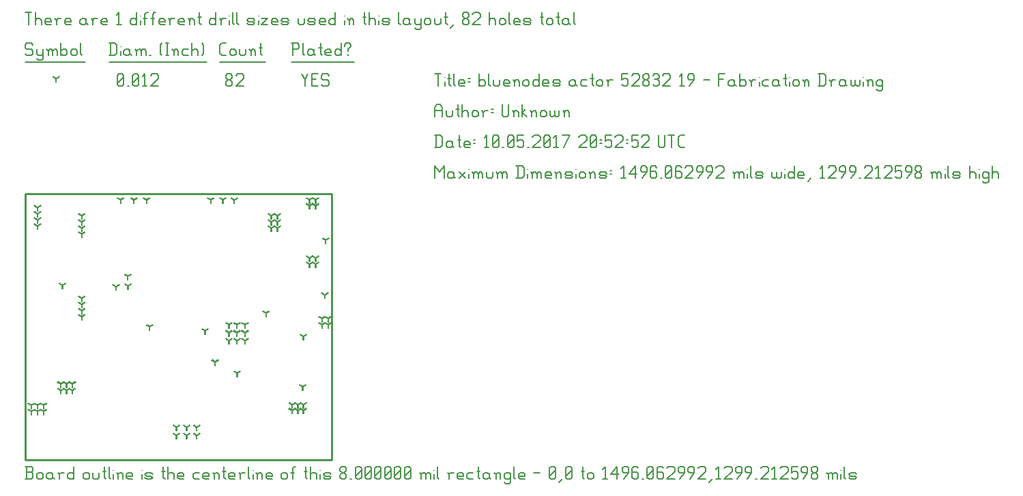
<source format=gbr>
G04 start of page 13 for group -3984 idx -3984 *
G04 Title: bluenodes actor 52832 19, fab *
G04 Creator: pcb.exe 20130205 *
G04 CreationDate: 10.05.2017 20:52:52 UTC *
G04 Format: Gerber/RS-274X *
G04 PCB-Dimensions (mil): 1496.06 1299.21 *
G04 PCB-Coordinate-Origin: lower left *
%MOIN*%
%FSLAX25Y25*%
%LNFAB*%
%ADD330C,0.0100*%
%ADD329C,0.0075*%
%ADD328C,0.0060*%
%ADD327C,0.0001*%
%ADD326R,0.0080X0.0080*%
G54D326*X27559Y78740D02*Y77140D01*
G54D327*G36*
X27013Y78887D02*X29092Y80087D01*
X29492Y79394D01*
X27412Y78194D01*
X27013Y78887D01*
G37*
G36*
X27706Y78194D02*X25626Y79394D01*
X26026Y80087D01*
X28105Y78887D01*
X27706Y78194D01*
G37*
G54D326*X27559Y75787D02*Y74187D01*
G54D327*G36*
X27013Y75934D02*X29092Y77134D01*
X29492Y76441D01*
X27412Y75241D01*
X27013Y75934D01*
G37*
G36*
X27706Y75241D02*X25626Y76441D01*
X26026Y77134D01*
X28105Y75934D01*
X27706Y75241D01*
G37*
G54D326*X27559Y72835D02*Y71235D01*
G54D327*G36*
X27013Y72981D02*X29092Y74181D01*
X29492Y73488D01*
X27412Y72288D01*
X27013Y72981D01*
G37*
G36*
X27706Y72288D02*X25626Y73488D01*
X26026Y74181D01*
X28105Y72981D01*
X27706Y72288D01*
G37*
G54D326*X27559Y69882D02*Y68282D01*
G54D327*G36*
X27013Y70028D02*X29092Y71228D01*
X29492Y70535D01*
X27412Y69336D01*
X27013Y70028D01*
G37*
G36*
X27706Y69336D02*X25626Y70535D01*
X26026Y71228D01*
X28105Y70028D01*
X27706Y69336D01*
G37*
G54D326*X27559Y110236D02*Y108636D01*
G54D327*G36*
X27013Y110383D02*X29092Y111583D01*
X29492Y110890D01*
X27412Y109690D01*
X27013Y110383D01*
G37*
G36*
X27706Y109690D02*X25626Y110890D01*
X26026Y111583D01*
X28105Y110383D01*
X27706Y109690D01*
G37*
G54D326*X27559Y113189D02*Y111589D01*
G54D327*G36*
X27013Y113336D02*X29092Y114535D01*
X29492Y113842D01*
X27412Y112643D01*
X27013Y113336D01*
G37*
G36*
X27706Y112643D02*X25626Y113842D01*
X26026Y114535D01*
X28105Y113336D01*
X27706Y112643D01*
G37*
G54D326*X27559Y116142D02*Y114542D01*
G54D327*G36*
X27013Y116288D02*X29092Y117488D01*
X29492Y116795D01*
X27412Y115595D01*
X27013Y116288D01*
G37*
G36*
X27706Y115595D02*X25626Y116795D01*
X26026Y117488D01*
X28105Y116288D01*
X27706Y115595D01*
G37*
G54D326*X27559Y119094D02*Y117494D01*
G54D327*G36*
X27013Y119241D02*X29092Y120441D01*
X29492Y119748D01*
X27412Y118548D01*
X27013Y119241D01*
G37*
G36*
X27706Y118548D02*X25626Y119748D01*
X26026Y120441D01*
X28105Y119241D01*
X27706Y118548D01*
G37*
G54D326*X138780Y126969D02*Y125369D01*
G54D327*G36*
X138233Y127115D02*X140313Y128315D01*
X140713Y127622D01*
X138633Y126422D01*
X138233Y127115D01*
G37*
G36*
X138926Y126422D02*X136846Y127622D01*
X137246Y128315D01*
X139326Y127115D01*
X138926Y126422D01*
G37*
G54D326*X141732Y126969D02*Y125369D01*
G54D327*G36*
X141186Y127115D02*X143266Y128315D01*
X143665Y127622D01*
X141586Y126422D01*
X141186Y127115D01*
G37*
G36*
X141879Y126422D02*X139799Y127622D01*
X140199Y128315D01*
X142279Y127115D01*
X141879Y126422D01*
G37*
G54D326*X138780Y124016D02*Y122416D01*
G54D327*G36*
X138233Y124162D02*X140313Y125362D01*
X140713Y124669D01*
X138633Y123469D01*
X138233Y124162D01*
G37*
G36*
X138926Y123469D02*X136846Y124669D01*
X137246Y125362D01*
X139326Y124162D01*
X138926Y123469D01*
G37*
G54D326*X141732Y124016D02*Y122416D01*
G54D327*G36*
X141186Y124162D02*X143266Y125362D01*
X143665Y124669D01*
X141586Y123469D01*
X141186Y124162D01*
G37*
G36*
X141879Y123469D02*X139799Y124669D01*
X140199Y125362D01*
X142279Y124162D01*
X141879Y123469D01*
G37*
G54D326*X123031Y119094D02*Y117494D01*
G54D327*G36*
X122485Y119241D02*X124565Y120441D01*
X124965Y119748D01*
X122885Y118548D01*
X122485Y119241D01*
G37*
G36*
X123178Y118548D02*X121098Y119748D01*
X121498Y120441D01*
X123578Y119241D01*
X123178Y118548D01*
G37*
G54D326*X120079Y116142D02*Y114542D01*
G54D327*G36*
X119532Y116288D02*X121612Y117488D01*
X122012Y116795D01*
X119932Y115595D01*
X119532Y116288D01*
G37*
G36*
X120225Y115595D02*X118146Y116795D01*
X118545Y117488D01*
X120625Y116288D01*
X120225Y115595D01*
G37*
G54D326*X123031Y116142D02*Y114542D01*
G54D327*G36*
X122485Y116288D02*X124565Y117488D01*
X124965Y116795D01*
X122885Y115595D01*
X122485Y116288D01*
G37*
G36*
X123178Y115595D02*X121098Y116795D01*
X121498Y117488D01*
X123578Y116288D01*
X123178Y115595D01*
G37*
G54D326*X123031Y113189D02*Y111589D01*
G54D327*G36*
X122485Y113336D02*X124565Y114535D01*
X124965Y113842D01*
X122885Y112643D01*
X122485Y113336D01*
G37*
G36*
X123178Y112643D02*X121098Y113842D01*
X121498Y114535D01*
X123578Y113336D01*
X123178Y112643D01*
G37*
G54D326*X120079Y113189D02*Y111589D01*
G54D327*G36*
X119532Y113336D02*X121612Y114535D01*
X122012Y113842D01*
X119932Y112643D01*
X119532Y113336D01*
G37*
G36*
X120225Y112643D02*X118146Y113842D01*
X118545Y114535D01*
X120625Y113336D01*
X120225Y112643D01*
G37*
G54D326*X120079Y119094D02*Y117494D01*
G54D327*G36*
X119532Y119241D02*X121612Y120441D01*
X122012Y119748D01*
X119932Y118548D01*
X119532Y119241D01*
G37*
G36*
X120225Y118548D02*X118146Y119748D01*
X118545Y120441D01*
X120625Y119241D01*
X120225Y118548D01*
G37*
G54D326*X138780Y95472D02*Y93872D01*
G54D327*G36*
X138233Y95619D02*X140313Y96819D01*
X140713Y96126D01*
X138633Y94926D01*
X138233Y95619D01*
G37*
G36*
X138926Y94926D02*X136846Y96126D01*
X137246Y96819D01*
X139326Y95619D01*
X138926Y94926D01*
G37*
G54D326*X141732Y95472D02*Y93872D01*
G54D327*G36*
X141186Y95619D02*X143266Y96819D01*
X143665Y96126D01*
X141586Y94926D01*
X141186Y95619D01*
G37*
G36*
X141879Y94926D02*X139799Y96126D01*
X140199Y96819D01*
X142279Y95619D01*
X141879Y94926D01*
G37*
G54D326*X138780Y98425D02*Y96825D01*
G54D327*G36*
X138233Y98572D02*X140313Y99772D01*
X140713Y99079D01*
X138633Y97879D01*
X138233Y98572D01*
G37*
G36*
X138926Y97879D02*X136846Y99079D01*
X137246Y99772D01*
X139326Y98572D01*
X138926Y97879D01*
G37*
G54D326*X141732Y98425D02*Y96825D01*
G54D327*G36*
X141186Y98572D02*X143266Y99772D01*
X143665Y99079D01*
X141586Y97879D01*
X141186Y98572D01*
G37*
G36*
X141879Y97879D02*X139799Y99079D01*
X140199Y99772D01*
X142279Y98572D01*
X141879Y97879D01*
G37*
G54D326*X146654Y107283D02*Y105683D01*
G54D327*G36*
X146107Y107430D02*X148187Y108630D01*
X148587Y107937D01*
X146507Y106737D01*
X146107Y107430D01*
G37*
G36*
X146800Y106737D02*X144721Y107937D01*
X145120Y108630D01*
X147200Y107430D01*
X146800Y106737D01*
G37*
G54D326*X146260Y80512D02*Y78912D01*
G54D327*G36*
X145713Y80658D02*X147793Y81858D01*
X148193Y81165D01*
X146113Y79965D01*
X145713Y80658D01*
G37*
G36*
X146406Y79965D02*X144327Y81165D01*
X144727Y81858D01*
X146806Y80658D01*
X146406Y79965D01*
G37*
G54D326*X135827Y60039D02*Y58439D01*
G54D327*G36*
X135280Y60186D02*X137360Y61386D01*
X137760Y60693D01*
X135680Y59493D01*
X135280Y60186D01*
G37*
G36*
X135973Y59493D02*X133894Y60693D01*
X134294Y61386D01*
X136373Y60186D01*
X135973Y59493D01*
G37*
G54D326*X103386Y42244D02*Y40644D01*
G54D327*G36*
X102839Y42391D02*X104919Y43590D01*
X105319Y42898D01*
X103239Y41698D01*
X102839Y42391D01*
G37*
G36*
X103532Y41698D02*X101453Y42898D01*
X101853Y43590D01*
X103932Y42391D01*
X103532Y41698D01*
G37*
G54D326*X59213Y126890D02*Y125290D01*
G54D327*G36*
X58666Y127036D02*X60746Y128236D01*
X61146Y127543D01*
X59066Y126343D01*
X58666Y127036D01*
G37*
G36*
X59359Y126343D02*X57280Y127543D01*
X57679Y128236D01*
X59759Y127036D01*
X59359Y126343D01*
G37*
G54D326*X50079Y84843D02*Y83243D01*
G54D327*G36*
X49532Y84989D02*X51612Y86189D01*
X52012Y85496D01*
X49932Y84296D01*
X49532Y84989D01*
G37*
G36*
X50225Y84296D02*X48146Y85496D01*
X48545Y86189D01*
X50625Y84989D01*
X50225Y84296D01*
G37*
G54D326*X60630Y64961D02*Y63361D01*
G54D327*G36*
X60084Y65107D02*X62163Y66307D01*
X62563Y65614D01*
X60483Y64414D01*
X60084Y65107D01*
G37*
G36*
X60777Y64414D02*X58697Y65614D01*
X59097Y66307D01*
X61176Y65107D01*
X60777Y64414D01*
G37*
G54D326*X147835Y68898D02*Y67298D01*
G54D327*G36*
X147288Y69044D02*X149368Y70244D01*
X149768Y69551D01*
X147688Y68351D01*
X147288Y69044D01*
G37*
G36*
X147981Y68351D02*X145902Y69551D01*
X146301Y70244D01*
X148381Y69044D01*
X147981Y68351D01*
G37*
G54D326*X147835Y65945D02*Y64345D01*
G54D327*G36*
X147288Y66091D02*X149368Y67291D01*
X149768Y66598D01*
X147688Y65399D01*
X147288Y66091D01*
G37*
G36*
X147981Y65399D02*X145902Y66598D01*
X146301Y67291D01*
X148381Y66091D01*
X147981Y65399D01*
G37*
G54D326*X144882Y68898D02*Y67298D01*
G54D327*G36*
X144336Y69044D02*X146415Y70244D01*
X146815Y69551D01*
X144735Y68351D01*
X144336Y69044D01*
G37*
G36*
X145028Y68351D02*X142949Y69551D01*
X143349Y70244D01*
X145428Y69044D01*
X145028Y68351D01*
G37*
G54D326*X144882Y65945D02*Y64345D01*
G54D327*G36*
X144336Y66091D02*X146415Y67291D01*
X146815Y66598D01*
X144735Y65399D01*
X144336Y66091D01*
G37*
G36*
X145028Y65399D02*X142949Y66598D01*
X143349Y67291D01*
X145428Y66091D01*
X145028Y65399D01*
G37*
G54D326*X22835Y33858D02*Y32258D01*
G54D327*G36*
X22288Y34005D02*X24368Y35205D01*
X24768Y34512D01*
X22688Y33312D01*
X22288Y34005D01*
G37*
G36*
X22981Y33312D02*X20902Y34512D01*
X21301Y35205D01*
X23381Y34005D01*
X22981Y33312D01*
G37*
G54D326*X22835Y37008D02*Y35408D01*
G54D327*G36*
X22288Y37154D02*X24368Y38354D01*
X24768Y37661D01*
X22688Y36462D01*
X22288Y37154D01*
G37*
G36*
X22981Y36462D02*X20902Y37661D01*
X21301Y38354D01*
X23381Y37154D01*
X22981Y36462D01*
G37*
G54D326*X20079Y33858D02*Y32258D01*
G54D327*G36*
X19532Y34005D02*X21612Y35205D01*
X22012Y34512D01*
X19932Y33312D01*
X19532Y34005D01*
G37*
G36*
X20225Y33312D02*X18146Y34512D01*
X18545Y35205D01*
X20625Y34005D01*
X20225Y33312D01*
G37*
G54D326*X17323Y33858D02*Y32258D01*
G54D327*G36*
X16776Y34005D02*X18856Y35205D01*
X19256Y34512D01*
X17176Y33312D01*
X16776Y34005D01*
G37*
G36*
X17469Y33312D02*X15390Y34512D01*
X15790Y35205D01*
X17869Y34005D01*
X17469Y33312D01*
G37*
G54D326*X20079Y37008D02*Y35408D01*
G54D327*G36*
X19532Y37154D02*X21612Y38354D01*
X22012Y37661D01*
X19932Y36462D01*
X19532Y37154D01*
G37*
G36*
X20225Y36462D02*X18146Y37661D01*
X18545Y38354D01*
X20625Y37154D01*
X20225Y36462D01*
G37*
G54D326*X17323Y37008D02*Y35408D01*
G54D327*G36*
X16776Y37154D02*X18856Y38354D01*
X19256Y37661D01*
X17176Y36462D01*
X16776Y37154D01*
G37*
G36*
X17469Y36462D02*X15390Y37661D01*
X15790Y38354D01*
X17869Y37154D01*
X17469Y36462D01*
G37*
G54D326*X135827Y26772D02*Y25172D01*
G54D327*G36*
X135280Y26918D02*X137360Y28118D01*
X137760Y27425D01*
X135680Y26225D01*
X135280Y26918D01*
G37*
G36*
X135973Y26225D02*X133894Y27425D01*
X134294Y28118D01*
X136373Y26918D01*
X135973Y26225D01*
G37*
G54D326*X135827Y24016D02*Y22416D01*
G54D327*G36*
X135280Y24162D02*X137360Y25362D01*
X137760Y24669D01*
X135680Y23469D01*
X135280Y24162D01*
G37*
G36*
X135973Y23469D02*X133894Y24669D01*
X134294Y25362D01*
X136373Y24162D01*
X135973Y23469D01*
G37*
G54D326*X133071Y24016D02*Y22416D01*
G54D327*G36*
X132525Y24162D02*X134604Y25362D01*
X135004Y24669D01*
X132924Y23469D01*
X132525Y24162D01*
G37*
G36*
X133217Y23469D02*X131138Y24669D01*
X131538Y25362D01*
X133617Y24162D01*
X133217Y23469D01*
G37*
G54D326*X133071Y26772D02*Y25172D01*
G54D327*G36*
X132525Y26918D02*X134604Y28118D01*
X135004Y27425D01*
X132924Y26225D01*
X132525Y26918D01*
G37*
G36*
X133217Y26225D02*X131138Y27425D01*
X131538Y28118D01*
X133617Y26918D01*
X133217Y26225D01*
G37*
G54D326*X130315Y26772D02*Y25172D01*
G54D327*G36*
X129769Y26918D02*X131848Y28118D01*
X132248Y27425D01*
X130168Y26225D01*
X129769Y26918D01*
G37*
G36*
X130462Y26225D02*X128382Y27425D01*
X128782Y28118D01*
X130861Y26918D01*
X130462Y26225D01*
G37*
G54D326*X130315Y24016D02*Y22416D01*
G54D327*G36*
X129769Y24162D02*X131848Y25362D01*
X132248Y24669D01*
X130168Y23469D01*
X129769Y24162D01*
G37*
G36*
X130462Y23469D02*X128382Y24669D01*
X128782Y25362D01*
X130861Y24162D01*
X130462Y23469D01*
G37*
G54D326*X87795Y62992D02*Y61392D01*
G54D327*G36*
X87249Y63139D02*X89329Y64338D01*
X89728Y63646D01*
X87649Y62446D01*
X87249Y63139D01*
G37*
G36*
X87942Y62446D02*X85862Y63646D01*
X86262Y64338D01*
X88342Y63139D01*
X87942Y62446D01*
G37*
G54D326*X18110Y85039D02*Y83439D01*
G54D327*G36*
X17564Y85186D02*X19643Y86386D01*
X20043Y85693D01*
X17964Y84493D01*
X17564Y85186D01*
G37*
G36*
X18257Y84493D02*X16177Y85693D01*
X16577Y86386D01*
X18657Y85186D01*
X18257Y84493D01*
G37*
G54D326*X44291Y84449D02*Y82849D01*
G54D327*G36*
X43745Y84595D02*X45825Y85795D01*
X46224Y85102D01*
X44145Y83902D01*
X43745Y84595D01*
G37*
G36*
X44438Y83902D02*X42358Y85102D01*
X42758Y85795D01*
X44838Y84595D01*
X44438Y83902D01*
G37*
G54D326*X107283Y65945D02*Y64345D01*
G54D327*G36*
X106737Y66091D02*X108817Y67291D01*
X109216Y66598D01*
X107137Y65399D01*
X106737Y66091D01*
G37*
G36*
X107430Y65399D02*X105350Y66598D01*
X105750Y67291D01*
X107830Y66091D01*
X107430Y65399D01*
G37*
G54D326*X103346Y65945D02*Y64345D01*
G54D327*G36*
X102800Y66091D02*X104880Y67291D01*
X105279Y66598D01*
X103200Y65399D01*
X102800Y66091D01*
G37*
G36*
X103493Y65399D02*X101413Y66598D01*
X101813Y67291D01*
X103893Y66091D01*
X103493Y65399D01*
G37*
G54D326*X99409Y65945D02*Y64345D01*
G54D327*G36*
X98863Y66091D02*X100943Y67291D01*
X101342Y66598D01*
X99263Y65399D01*
X98863Y66091D01*
G37*
G36*
X99556Y65399D02*X97476Y66598D01*
X97876Y67291D01*
X99956Y66091D01*
X99556Y65399D01*
G37*
G54D326*X99409Y62008D02*Y60408D01*
G54D327*G36*
X98863Y62154D02*X100943Y63354D01*
X101342Y62661D01*
X99263Y61462D01*
X98863Y62154D01*
G37*
G36*
X99556Y61462D02*X97476Y62661D01*
X97876Y63354D01*
X99956Y62154D01*
X99556Y61462D01*
G37*
G54D326*X99409Y58071D02*Y56471D01*
G54D327*G36*
X98863Y58217D02*X100943Y59417D01*
X101342Y58724D01*
X99263Y57525D01*
X98863Y58217D01*
G37*
G36*
X99556Y57525D02*X97476Y58724D01*
X97876Y59417D01*
X99956Y58217D01*
X99556Y57525D01*
G37*
G54D326*X103346Y58071D02*Y56471D01*
G54D327*G36*
X102800Y58217D02*X104880Y59417D01*
X105279Y58724D01*
X103200Y57525D01*
X102800Y58217D01*
G37*
G36*
X103493Y57525D02*X101413Y58724D01*
X101813Y59417D01*
X103893Y58217D01*
X103493Y57525D01*
G37*
G54D326*X107283Y58071D02*Y56471D01*
G54D327*G36*
X106737Y58217D02*X108817Y59417D01*
X109216Y58724D01*
X107137Y57525D01*
X106737Y58217D01*
G37*
G36*
X107430Y57525D02*X105350Y58724D01*
X105750Y59417D01*
X107830Y58217D01*
X107430Y57525D01*
G37*
G54D326*X107283Y62008D02*Y60408D01*
G54D327*G36*
X106737Y62154D02*X108817Y63354D01*
X109216Y62661D01*
X107137Y61462D01*
X106737Y62154D01*
G37*
G36*
X107430Y61462D02*X105350Y62661D01*
X105750Y63354D01*
X107830Y62154D01*
X107430Y61462D01*
G37*
G54D326*X103346Y62008D02*Y60408D01*
G54D327*G36*
X102800Y62154D02*X104880Y63354D01*
X105279Y62661D01*
X103200Y61462D01*
X102800Y62154D01*
G37*
G36*
X103493Y61462D02*X101413Y62661D01*
X101813Y63354D01*
X103893Y62154D01*
X103493Y61462D01*
G37*
G54D326*X117520Y71654D02*Y70054D01*
G54D327*G36*
X116973Y71800D02*X119053Y73000D01*
X119453Y72307D01*
X117373Y71107D01*
X116973Y71800D01*
G37*
G36*
X117666Y71107D02*X115587Y72307D01*
X115986Y73000D01*
X118066Y71800D01*
X117666Y71107D01*
G37*
G54D326*X50000Y89567D02*Y87967D01*
G54D327*G36*
X49454Y89714D02*X51533Y90913D01*
X51933Y90220D01*
X49853Y89021D01*
X49454Y89714D01*
G37*
G36*
X50147Y89021D02*X48067Y90220D01*
X48467Y90913D01*
X50546Y89714D01*
X50147Y89021D01*
G37*
G54D326*X5906Y123031D02*Y121431D01*
G54D327*G36*
X5359Y123178D02*X7439Y124378D01*
X7839Y123685D01*
X5759Y122485D01*
X5359Y123178D01*
G37*
G36*
X6052Y122485D02*X3972Y123685D01*
X4372Y124378D01*
X6452Y123178D01*
X6052Y122485D01*
G37*
G54D326*X5906Y120079D02*Y118479D01*
G54D327*G36*
X5359Y120225D02*X7439Y121425D01*
X7839Y120732D01*
X5759Y119532D01*
X5359Y120225D01*
G37*
G36*
X6052Y119532D02*X3972Y120732D01*
X4372Y121425D01*
X6452Y120225D01*
X6052Y119532D01*
G37*
G54D326*X5906Y117126D02*Y115526D01*
G54D327*G36*
X5359Y117273D02*X7439Y118472D01*
X7839Y117779D01*
X5759Y116580D01*
X5359Y117273D01*
G37*
G36*
X6052Y116580D02*X3972Y117779D01*
X4372Y118472D01*
X6452Y117273D01*
X6052Y116580D01*
G37*
G54D326*X5906Y114173D02*Y112573D01*
G54D327*G36*
X5359Y114320D02*X7439Y115520D01*
X7839Y114827D01*
X5759Y113627D01*
X5359Y114320D01*
G37*
G36*
X6052Y113627D02*X3972Y114827D01*
X4372Y115520D01*
X6452Y114320D01*
X6052Y113627D01*
G37*
G54D326*X8858Y26575D02*Y24975D01*
G54D327*G36*
X8312Y26721D02*X10392Y27921D01*
X10791Y27228D01*
X8712Y26028D01*
X8312Y26721D01*
G37*
G36*
X9005Y26028D02*X6925Y27228D01*
X7325Y27921D01*
X9405Y26721D01*
X9005Y26028D01*
G37*
G54D326*X8858Y23622D02*Y22022D01*
G54D327*G36*
X8312Y23769D02*X10392Y24968D01*
X10791Y24275D01*
X8712Y23076D01*
X8312Y23769D01*
G37*
G36*
X9005Y23076D02*X6925Y24275D01*
X7325Y24968D01*
X9405Y23769D01*
X9005Y23076D01*
G37*
G54D326*X2953Y26575D02*Y24975D01*
G54D327*G36*
X2406Y26721D02*X4486Y27921D01*
X4886Y27228D01*
X2806Y26028D01*
X2406Y26721D01*
G37*
G36*
X3099Y26028D02*X1020Y27228D01*
X1420Y27921D01*
X3499Y26721D01*
X3099Y26028D01*
G37*
G54D326*X5906Y26575D02*Y24975D01*
G54D327*G36*
X5359Y26721D02*X7439Y27921D01*
X7839Y27228D01*
X5759Y26028D01*
X5359Y26721D01*
G37*
G36*
X6052Y26028D02*X3972Y27228D01*
X4372Y27921D01*
X6452Y26721D01*
X6052Y26028D01*
G37*
G54D326*X2953Y23622D02*Y22022D01*
G54D327*G36*
X2406Y23769D02*X4486Y24968D01*
X4886Y24275D01*
X2806Y23076D01*
X2406Y23769D01*
G37*
G36*
X3099Y23076D02*X1020Y24275D01*
X1420Y24968D01*
X3499Y23769D01*
X3099Y23076D01*
G37*
G54D326*X5906Y23622D02*Y22022D01*
G54D327*G36*
X5359Y23769D02*X7439Y24968D01*
X7839Y24275D01*
X5759Y23076D01*
X5359Y23769D01*
G37*
G36*
X6052Y23076D02*X3972Y24275D01*
X4372Y24968D01*
X6452Y23769D01*
X6052Y23076D01*
G37*
G54D326*X135433Y35630D02*Y34030D01*
G54D327*G36*
X134887Y35777D02*X136966Y36976D01*
X137366Y36283D01*
X135286Y35084D01*
X134887Y35777D01*
G37*
G36*
X135580Y35084D02*X133500Y36283D01*
X133900Y36976D01*
X135979Y35777D01*
X135580Y35084D01*
G37*
G54D326*X92638Y47677D02*Y46077D01*
G54D327*G36*
X92091Y47824D02*X94171Y49024D01*
X94571Y48331D01*
X92491Y47131D01*
X92091Y47824D01*
G37*
G36*
X92784Y47131D02*X90705Y48331D01*
X91105Y49024D01*
X93184Y47824D01*
X92784Y47131D01*
G37*
G54D326*X90551Y126969D02*Y125369D01*
G54D327*G36*
X90005Y127115D02*X92084Y128315D01*
X92484Y127622D01*
X90405Y126422D01*
X90005Y127115D01*
G37*
G36*
X90698Y126422D02*X88618Y127622D01*
X89018Y128315D01*
X91098Y127115D01*
X90698Y126422D01*
G37*
G54D326*X102008Y126850D02*Y125250D01*
G54D327*G36*
X101462Y126997D02*X103541Y128197D01*
X103941Y127504D01*
X101861Y126304D01*
X101462Y126997D01*
G37*
G36*
X102154Y126304D02*X100075Y127504D01*
X100475Y128197D01*
X102554Y126997D01*
X102154Y126304D01*
G37*
G54D326*X52992Y126890D02*Y125290D01*
G54D327*G36*
X52446Y127036D02*X54525Y128236D01*
X54925Y127543D01*
X52846Y126343D01*
X52446Y127036D01*
G37*
G36*
X53139Y126343D02*X51059Y127543D01*
X51459Y128236D01*
X53538Y127036D01*
X53139Y126343D01*
G37*
G54D326*X46535Y126969D02*Y125369D01*
G54D327*G36*
X45989Y127115D02*X48069Y128315D01*
X48468Y127622D01*
X46389Y126422D01*
X45989Y127115D01*
G37*
G36*
X46682Y126422D02*X44602Y127622D01*
X45002Y128315D01*
X47082Y127115D01*
X46682Y126422D01*
G37*
G54D326*X73819Y15748D02*Y14148D01*
G54D327*G36*
X73273Y15895D02*X75352Y17094D01*
X75752Y16401D01*
X73672Y15202D01*
X73273Y15895D01*
G37*
G36*
X73965Y15202D02*X71886Y16401D01*
X72286Y17094D01*
X74365Y15895D01*
X73965Y15202D01*
G37*
G54D326*X78740Y15748D02*Y14148D01*
G54D327*G36*
X78194Y15895D02*X80273Y17094D01*
X80673Y16401D01*
X78594Y15202D01*
X78194Y15895D01*
G37*
G36*
X78887Y15202D02*X76807Y16401D01*
X77207Y17094D01*
X79287Y15895D01*
X78887Y15202D01*
G37*
G54D326*X83661Y15748D02*Y14148D01*
G54D327*G36*
X83115Y15895D02*X85195Y17094D01*
X85594Y16401D01*
X83515Y15202D01*
X83115Y15895D01*
G37*
G36*
X83808Y15202D02*X81728Y16401D01*
X82128Y17094D01*
X84208Y15895D01*
X83808Y15202D01*
G37*
G54D326*X83661Y11811D02*Y10211D01*
G54D327*G36*
X83115Y11958D02*X85195Y13157D01*
X85594Y12464D01*
X83515Y11265D01*
X83115Y11958D01*
G37*
G36*
X83808Y11265D02*X81728Y12464D01*
X82128Y13157D01*
X84208Y11958D01*
X83808Y11265D01*
G37*
G54D326*X78740Y11811D02*Y10211D01*
G54D327*G36*
X78194Y11958D02*X80273Y13157D01*
X80673Y12464D01*
X78594Y11265D01*
X78194Y11958D01*
G37*
G36*
X78887Y11265D02*X76807Y12464D01*
X77207Y13157D01*
X79287Y11958D01*
X78887Y11265D01*
G37*
G54D326*X73819Y11811D02*Y10211D01*
G54D327*G36*
X73273Y11958D02*X75352Y13157D01*
X75752Y12464D01*
X73672Y11265D01*
X73273Y11958D01*
G37*
G36*
X73965Y11265D02*X71886Y12464D01*
X72286Y13157D01*
X74365Y11958D01*
X73965Y11265D01*
G37*
G54D326*X96378Y126969D02*Y125369D01*
G54D327*G36*
X95832Y127115D02*X97911Y128315D01*
X98311Y127622D01*
X96231Y126422D01*
X95832Y127115D01*
G37*
G36*
X96525Y126422D02*X94445Y127622D01*
X94845Y128315D01*
X96924Y127115D01*
X96525Y126422D01*
G37*
G54D326*X15000Y186171D02*Y184571D01*
G54D327*G36*
X14454Y186318D02*X16533Y187518D01*
X16933Y186825D01*
X14853Y185625D01*
X14454Y186318D01*
G37*
G36*
X15147Y185625D02*X13067Y186825D01*
X13467Y187518D01*
X15546Y186318D01*
X15147Y185625D01*
G37*
G54D328*X135000Y188421D02*X136500Y185421D01*
X138000Y188421D01*
X136500Y185421D02*Y182421D01*
X139800Y185721D02*X142050D01*
X139800Y182421D02*X142800D01*
X139800Y188421D02*Y182421D01*
Y188421D02*X142800D01*
X147600D02*X148350Y187671D01*
X145350Y188421D02*X147600D01*
X144600Y187671D02*X145350Y188421D01*
X144600Y187671D02*Y186171D01*
X145350Y185421D01*
X147600D01*
X148350Y184671D01*
Y183171D01*
X147600Y182421D02*X148350Y183171D01*
X145350Y182421D02*X147600D01*
X144600Y183171D02*X145350Y182421D01*
X98000Y183171D02*X98750Y182421D01*
X98000Y184371D02*Y183171D01*
Y184371D02*X99050Y185421D01*
X99950D01*
X101000Y184371D01*
Y183171D01*
X100250Y182421D02*X101000Y183171D01*
X98750Y182421D02*X100250D01*
X98000Y186471D02*X99050Y185421D01*
X98000Y187671D02*Y186471D01*
Y187671D02*X98750Y188421D01*
X100250D01*
X101000Y187671D01*
Y186471D01*
X99950Y185421D02*X101000Y186471D01*
X102800Y187671D02*X103550Y188421D01*
X105800D01*
X106550Y187671D01*
Y186171D01*
X102800Y182421D02*X106550Y186171D01*
X102800Y182421D02*X106550D01*
X45000Y183171D02*X45750Y182421D01*
X45000Y187671D02*Y183171D01*
Y187671D02*X45750Y188421D01*
X47250D01*
X48000Y187671D01*
Y183171D01*
X47250Y182421D02*X48000Y183171D01*
X45750Y182421D02*X47250D01*
X45000Y183921D02*X48000Y186921D01*
X49800Y182421D02*X50550D01*
X52350Y183171D02*X53100Y182421D01*
X52350Y187671D02*Y183171D01*
Y187671D02*X53100Y188421D01*
X54600D01*
X55350Y187671D01*
Y183171D01*
X54600Y182421D02*X55350Y183171D01*
X53100Y182421D02*X54600D01*
X52350Y183921D02*X55350Y186921D01*
X57150Y187221D02*X58350Y188421D01*
Y182421D01*
X57150D02*X59400D01*
X61200Y187671D02*X61950Y188421D01*
X64200D01*
X64950Y187671D01*
Y186171D01*
X61200Y182421D02*X64950Y186171D01*
X61200Y182421D02*X64950D01*
X3000Y203421D02*X3750Y202671D01*
X750Y203421D02*X3000D01*
X0Y202671D02*X750Y203421D01*
X0Y202671D02*Y201171D01*
X750Y200421D01*
X3000D01*
X3750Y199671D01*
Y198171D01*
X3000Y197421D02*X3750Y198171D01*
X750Y197421D02*X3000D01*
X0Y198171D02*X750Y197421D01*
X5550Y200421D02*Y198171D01*
X6300Y197421D01*
X8550Y200421D02*Y195921D01*
X7800Y195171D02*X8550Y195921D01*
X6300Y195171D02*X7800D01*
X5550Y195921D02*X6300Y195171D01*
Y197421D02*X7800D01*
X8550Y198171D01*
X11100Y199671D02*Y197421D01*
Y199671D02*X11850Y200421D01*
X12600D01*
X13350Y199671D01*
Y197421D01*
Y199671D02*X14100Y200421D01*
X14850D01*
X15600Y199671D01*
Y197421D01*
X10350Y200421D02*X11100Y199671D01*
X17400Y203421D02*Y197421D01*
Y198171D02*X18150Y197421D01*
X19650D01*
X20400Y198171D01*
Y199671D02*Y198171D01*
X19650Y200421D02*X20400Y199671D01*
X18150Y200421D02*X19650D01*
X17400Y199671D02*X18150Y200421D01*
X22200Y199671D02*Y198171D01*
Y199671D02*X22950Y200421D01*
X24450D01*
X25200Y199671D01*
Y198171D01*
X24450Y197421D02*X25200Y198171D01*
X22950Y197421D02*X24450D01*
X22200Y198171D02*X22950Y197421D01*
X27000Y203421D02*Y198171D01*
X27750Y197421D01*
X0Y194171D02*X29250D01*
X41750Y203421D02*Y197421D01*
X43700Y203421D02*X44750Y202371D01*
Y198471D01*
X43700Y197421D02*X44750Y198471D01*
X41000Y197421D02*X43700D01*
X41000Y203421D02*X43700D01*
G54D329*X46550Y201921D02*Y201771D01*
G54D328*Y199671D02*Y197421D01*
X50300Y200421D02*X51050Y199671D01*
X48800Y200421D02*X50300D01*
X48050Y199671D02*X48800Y200421D01*
X48050Y199671D02*Y198171D01*
X48800Y197421D01*
X51050Y200421D02*Y198171D01*
X51800Y197421D01*
X48800D02*X50300D01*
X51050Y198171D01*
X54350Y199671D02*Y197421D01*
Y199671D02*X55100Y200421D01*
X55850D01*
X56600Y199671D01*
Y197421D01*
Y199671D02*X57350Y200421D01*
X58100D01*
X58850Y199671D01*
Y197421D01*
X53600Y200421D02*X54350Y199671D01*
X60650Y197421D02*X61400D01*
X65900Y198171D02*X66650Y197421D01*
X65900Y202671D02*X66650Y203421D01*
X65900Y202671D02*Y198171D01*
X68450Y203421D02*X69950D01*
X69200D02*Y197421D01*
X68450D02*X69950D01*
X72500Y199671D02*Y197421D01*
Y199671D02*X73250Y200421D01*
X74000D01*
X74750Y199671D01*
Y197421D01*
X71750Y200421D02*X72500Y199671D01*
X77300Y200421D02*X79550D01*
X76550Y199671D02*X77300Y200421D01*
X76550Y199671D02*Y198171D01*
X77300Y197421D01*
X79550D01*
X81350Y203421D02*Y197421D01*
Y199671D02*X82100Y200421D01*
X83600D01*
X84350Y199671D01*
Y197421D01*
X86150Y203421D02*X86900Y202671D01*
Y198171D01*
X86150Y197421D02*X86900Y198171D01*
X41000Y194171D02*X88700D01*
X96050Y197421D02*X98000D01*
X95000Y198471D02*X96050Y197421D01*
X95000Y202371D02*Y198471D01*
Y202371D02*X96050Y203421D01*
X98000D01*
X99800Y199671D02*Y198171D01*
Y199671D02*X100550Y200421D01*
X102050D01*
X102800Y199671D01*
Y198171D01*
X102050Y197421D02*X102800Y198171D01*
X100550Y197421D02*X102050D01*
X99800Y198171D02*X100550Y197421D01*
X104600Y200421D02*Y198171D01*
X105350Y197421D01*
X106850D01*
X107600Y198171D01*
Y200421D02*Y198171D01*
X110150Y199671D02*Y197421D01*
Y199671D02*X110900Y200421D01*
X111650D01*
X112400Y199671D01*
Y197421D01*
X109400Y200421D02*X110150Y199671D01*
X114950Y203421D02*Y198171D01*
X115700Y197421D01*
X114200Y201171D02*X115700D01*
X95000Y194171D02*X117200D01*
X130750Y203421D02*Y197421D01*
X130000Y203421D02*X133000D01*
X133750Y202671D01*
Y201171D01*
X133000Y200421D02*X133750Y201171D01*
X130750Y200421D02*X133000D01*
X135550Y203421D02*Y198171D01*
X136300Y197421D01*
X140050Y200421D02*X140800Y199671D01*
X138550Y200421D02*X140050D01*
X137800Y199671D02*X138550Y200421D01*
X137800Y199671D02*Y198171D01*
X138550Y197421D01*
X140800Y200421D02*Y198171D01*
X141550Y197421D01*
X138550D02*X140050D01*
X140800Y198171D01*
X144100Y203421D02*Y198171D01*
X144850Y197421D01*
X143350Y201171D02*X144850D01*
X147100Y197421D02*X149350D01*
X146350Y198171D02*X147100Y197421D01*
X146350Y199671D02*Y198171D01*
Y199671D02*X147100Y200421D01*
X148600D01*
X149350Y199671D01*
X146350Y198921D02*X149350D01*
Y199671D02*Y198921D01*
X154150Y203421D02*Y197421D01*
X153400D02*X154150Y198171D01*
X151900Y197421D02*X153400D01*
X151150Y198171D02*X151900Y197421D01*
X151150Y199671D02*Y198171D01*
Y199671D02*X151900Y200421D01*
X153400D01*
X154150Y199671D01*
X157450Y200421D02*Y199671D01*
Y198171D02*Y197421D01*
X155950Y202671D02*Y201921D01*
Y202671D02*X156700Y203421D01*
X158200D01*
X158950Y202671D01*
Y201921D01*
X157450Y200421D02*X158950Y201921D01*
X130000Y194171D02*X160750D01*
X0Y218421D02*X3000D01*
X1500D02*Y212421D01*
X4800Y218421D02*Y212421D01*
Y214671D02*X5550Y215421D01*
X7050D01*
X7800Y214671D01*
Y212421D01*
X10350D02*X12600D01*
X9600Y213171D02*X10350Y212421D01*
X9600Y214671D02*Y213171D01*
Y214671D02*X10350Y215421D01*
X11850D01*
X12600Y214671D01*
X9600Y213921D02*X12600D01*
Y214671D02*Y213921D01*
X15150Y214671D02*Y212421D01*
Y214671D02*X15900Y215421D01*
X17400D01*
X14400D02*X15150Y214671D01*
X19950Y212421D02*X22200D01*
X19200Y213171D02*X19950Y212421D01*
X19200Y214671D02*Y213171D01*
Y214671D02*X19950Y215421D01*
X21450D01*
X22200Y214671D01*
X19200Y213921D02*X22200D01*
Y214671D02*Y213921D01*
X28950Y215421D02*X29700Y214671D01*
X27450Y215421D02*X28950D01*
X26700Y214671D02*X27450Y215421D01*
X26700Y214671D02*Y213171D01*
X27450Y212421D01*
X29700Y215421D02*Y213171D01*
X30450Y212421D01*
X27450D02*X28950D01*
X29700Y213171D01*
X33000Y214671D02*Y212421D01*
Y214671D02*X33750Y215421D01*
X35250D01*
X32250D02*X33000Y214671D01*
X37800Y212421D02*X40050D01*
X37050Y213171D02*X37800Y212421D01*
X37050Y214671D02*Y213171D01*
Y214671D02*X37800Y215421D01*
X39300D01*
X40050Y214671D01*
X37050Y213921D02*X40050D01*
Y214671D02*Y213921D01*
X44550Y217221D02*X45750Y218421D01*
Y212421D01*
X44550D02*X46800D01*
X54300Y218421D02*Y212421D01*
X53550D02*X54300Y213171D01*
X52050Y212421D02*X53550D01*
X51300Y213171D02*X52050Y212421D01*
X51300Y214671D02*Y213171D01*
Y214671D02*X52050Y215421D01*
X53550D01*
X54300Y214671D01*
G54D329*X56100Y216921D02*Y216771D01*
G54D328*Y214671D02*Y212421D01*
X58350Y217671D02*Y212421D01*
Y217671D02*X59100Y218421D01*
X59850D01*
X57600Y215421D02*X59100D01*
X62100Y217671D02*Y212421D01*
Y217671D02*X62850Y218421D01*
X63600D01*
X61350Y215421D02*X62850D01*
X65850Y212421D02*X68100D01*
X65100Y213171D02*X65850Y212421D01*
X65100Y214671D02*Y213171D01*
Y214671D02*X65850Y215421D01*
X67350D01*
X68100Y214671D01*
X65100Y213921D02*X68100D01*
Y214671D02*Y213921D01*
X70650Y214671D02*Y212421D01*
Y214671D02*X71400Y215421D01*
X72900D01*
X69900D02*X70650Y214671D01*
X75450Y212421D02*X77700D01*
X74700Y213171D02*X75450Y212421D01*
X74700Y214671D02*Y213171D01*
Y214671D02*X75450Y215421D01*
X76950D01*
X77700Y214671D01*
X74700Y213921D02*X77700D01*
Y214671D02*Y213921D01*
X80250Y214671D02*Y212421D01*
Y214671D02*X81000Y215421D01*
X81750D01*
X82500Y214671D01*
Y212421D01*
X79500Y215421D02*X80250Y214671D01*
X85050Y218421D02*Y213171D01*
X85800Y212421D01*
X84300Y216171D02*X85800D01*
X93000Y218421D02*Y212421D01*
X92250D02*X93000Y213171D01*
X90750Y212421D02*X92250D01*
X90000Y213171D02*X90750Y212421D01*
X90000Y214671D02*Y213171D01*
Y214671D02*X90750Y215421D01*
X92250D01*
X93000Y214671D01*
X95550D02*Y212421D01*
Y214671D02*X96300Y215421D01*
X97800D01*
X94800D02*X95550Y214671D01*
G54D329*X99600Y216921D02*Y216771D01*
G54D328*Y214671D02*Y212421D01*
X101100Y218421D02*Y213171D01*
X101850Y212421D01*
X103350Y218421D02*Y213171D01*
X104100Y212421D01*
X109050D02*X111300D01*
X112050Y213171D01*
X111300Y213921D02*X112050Y213171D01*
X109050Y213921D02*X111300D01*
X108300Y214671D02*X109050Y213921D01*
X108300Y214671D02*X109050Y215421D01*
X111300D01*
X112050Y214671D01*
X108300Y213171D02*X109050Y212421D01*
G54D329*X113850Y216921D02*Y216771D01*
G54D328*Y214671D02*Y212421D01*
X115350Y215421D02*X118350D01*
X115350Y212421D02*X118350Y215421D01*
X115350Y212421D02*X118350D01*
X120900D02*X123150D01*
X120150Y213171D02*X120900Y212421D01*
X120150Y214671D02*Y213171D01*
Y214671D02*X120900Y215421D01*
X122400D01*
X123150Y214671D01*
X120150Y213921D02*X123150D01*
Y214671D02*Y213921D01*
X125700Y212421D02*X127950D01*
X128700Y213171D01*
X127950Y213921D02*X128700Y213171D01*
X125700Y213921D02*X127950D01*
X124950Y214671D02*X125700Y213921D01*
X124950Y214671D02*X125700Y215421D01*
X127950D01*
X128700Y214671D01*
X124950Y213171D02*X125700Y212421D01*
X133200Y215421D02*Y213171D01*
X133950Y212421D01*
X135450D01*
X136200Y213171D01*
Y215421D02*Y213171D01*
X138750Y212421D02*X141000D01*
X141750Y213171D01*
X141000Y213921D02*X141750Y213171D01*
X138750Y213921D02*X141000D01*
X138000Y214671D02*X138750Y213921D01*
X138000Y214671D02*X138750Y215421D01*
X141000D01*
X141750Y214671D01*
X138000Y213171D02*X138750Y212421D01*
X144300D02*X146550D01*
X143550Y213171D02*X144300Y212421D01*
X143550Y214671D02*Y213171D01*
Y214671D02*X144300Y215421D01*
X145800D01*
X146550Y214671D01*
X143550Y213921D02*X146550D01*
Y214671D02*Y213921D01*
X151350Y218421D02*Y212421D01*
X150600D02*X151350Y213171D01*
X149100Y212421D02*X150600D01*
X148350Y213171D02*X149100Y212421D01*
X148350Y214671D02*Y213171D01*
Y214671D02*X149100Y215421D01*
X150600D01*
X151350Y214671D01*
G54D329*X155850Y216921D02*Y216771D01*
G54D328*Y214671D02*Y212421D01*
X158100Y214671D02*Y212421D01*
Y214671D02*X158850Y215421D01*
X159600D01*
X160350Y214671D01*
Y212421D01*
X157350Y215421D02*X158100Y214671D01*
X165600Y218421D02*Y213171D01*
X166350Y212421D01*
X164850Y216171D02*X166350D01*
X167850Y218421D02*Y212421D01*
Y214671D02*X168600Y215421D01*
X170100D01*
X170850Y214671D01*
Y212421D01*
G54D329*X172650Y216921D02*Y216771D01*
G54D328*Y214671D02*Y212421D01*
X174900D02*X177150D01*
X177900Y213171D01*
X177150Y213921D02*X177900Y213171D01*
X174900Y213921D02*X177150D01*
X174150Y214671D02*X174900Y213921D01*
X174150Y214671D02*X174900Y215421D01*
X177150D01*
X177900Y214671D01*
X174150Y213171D02*X174900Y212421D01*
X182400Y218421D02*Y213171D01*
X183150Y212421D01*
X186900Y215421D02*X187650Y214671D01*
X185400Y215421D02*X186900D01*
X184650Y214671D02*X185400Y215421D01*
X184650Y214671D02*Y213171D01*
X185400Y212421D01*
X187650Y215421D02*Y213171D01*
X188400Y212421D01*
X185400D02*X186900D01*
X187650Y213171D01*
X190200Y215421D02*Y213171D01*
X190950Y212421D01*
X193200Y215421D02*Y210921D01*
X192450Y210171D02*X193200Y210921D01*
X190950Y210171D02*X192450D01*
X190200Y210921D02*X190950Y210171D01*
Y212421D02*X192450D01*
X193200Y213171D01*
X195000Y214671D02*Y213171D01*
Y214671D02*X195750Y215421D01*
X197250D01*
X198000Y214671D01*
Y213171D01*
X197250Y212421D02*X198000Y213171D01*
X195750Y212421D02*X197250D01*
X195000Y213171D02*X195750Y212421D01*
X199800Y215421D02*Y213171D01*
X200550Y212421D01*
X202050D01*
X202800Y213171D01*
Y215421D02*Y213171D01*
X205350Y218421D02*Y213171D01*
X206100Y212421D01*
X204600Y216171D02*X206100D01*
X207600Y210921D02*X209100Y212421D01*
X213600Y213171D02*X214350Y212421D01*
X213600Y214371D02*Y213171D01*
Y214371D02*X214650Y215421D01*
X215550D01*
X216600Y214371D01*
Y213171D01*
X215850Y212421D02*X216600Y213171D01*
X214350Y212421D02*X215850D01*
X213600Y216471D02*X214650Y215421D01*
X213600Y217671D02*Y216471D01*
Y217671D02*X214350Y218421D01*
X215850D01*
X216600Y217671D01*
Y216471D01*
X215550Y215421D02*X216600Y216471D01*
X218400Y217671D02*X219150Y218421D01*
X221400D01*
X222150Y217671D01*
Y216171D01*
X218400Y212421D02*X222150Y216171D01*
X218400Y212421D02*X222150D01*
X226650Y218421D02*Y212421D01*
Y214671D02*X227400Y215421D01*
X228900D01*
X229650Y214671D01*
Y212421D01*
X231450Y214671D02*Y213171D01*
Y214671D02*X232200Y215421D01*
X233700D01*
X234450Y214671D01*
Y213171D01*
X233700Y212421D02*X234450Y213171D01*
X232200Y212421D02*X233700D01*
X231450Y213171D02*X232200Y212421D01*
X236250Y218421D02*Y213171D01*
X237000Y212421D01*
X239250D02*X241500D01*
X238500Y213171D02*X239250Y212421D01*
X238500Y214671D02*Y213171D01*
Y214671D02*X239250Y215421D01*
X240750D01*
X241500Y214671D01*
X238500Y213921D02*X241500D01*
Y214671D02*Y213921D01*
X244050Y212421D02*X246300D01*
X247050Y213171D01*
X246300Y213921D02*X247050Y213171D01*
X244050Y213921D02*X246300D01*
X243300Y214671D02*X244050Y213921D01*
X243300Y214671D02*X244050Y215421D01*
X246300D01*
X247050Y214671D01*
X243300Y213171D02*X244050Y212421D01*
X252300Y218421D02*Y213171D01*
X253050Y212421D01*
X251550Y216171D02*X253050D01*
X254550Y214671D02*Y213171D01*
Y214671D02*X255300Y215421D01*
X256800D01*
X257550Y214671D01*
Y213171D01*
X256800Y212421D02*X257550Y213171D01*
X255300Y212421D02*X256800D01*
X254550Y213171D02*X255300Y212421D01*
X260100Y218421D02*Y213171D01*
X260850Y212421D01*
X259350Y216171D02*X260850D01*
X264600Y215421D02*X265350Y214671D01*
X263100Y215421D02*X264600D01*
X262350Y214671D02*X263100Y215421D01*
X262350Y214671D02*Y213171D01*
X263100Y212421D01*
X265350Y215421D02*Y213171D01*
X266100Y212421D01*
X263100D02*X264600D01*
X265350Y213171D01*
X267900Y218421D02*Y213171D01*
X268650Y212421D01*
G54D330*X0Y129921D02*X149606D01*
X0D02*Y0D01*
X149606Y129921D02*Y0D01*
X0D02*X149606D01*
G54D328*X200000Y143421D02*Y137421D01*
Y143421D02*X202250Y140421D01*
X204500Y143421D01*
Y137421D01*
X208550Y140421D02*X209300Y139671D01*
X207050Y140421D02*X208550D01*
X206300Y139671D02*X207050Y140421D01*
X206300Y139671D02*Y138171D01*
X207050Y137421D01*
X209300Y140421D02*Y138171D01*
X210050Y137421D01*
X207050D02*X208550D01*
X209300Y138171D01*
X211850Y140421D02*X214850Y137421D01*
X211850D02*X214850Y140421D01*
G54D329*X216650Y141921D02*Y141771D01*
G54D328*Y139671D02*Y137421D01*
X218900Y139671D02*Y137421D01*
Y139671D02*X219650Y140421D01*
X220400D01*
X221150Y139671D01*
Y137421D01*
Y139671D02*X221900Y140421D01*
X222650D01*
X223400Y139671D01*
Y137421D01*
X218150Y140421D02*X218900Y139671D01*
X225200Y140421D02*Y138171D01*
X225950Y137421D01*
X227450D01*
X228200Y138171D01*
Y140421D02*Y138171D01*
X230750Y139671D02*Y137421D01*
Y139671D02*X231500Y140421D01*
X232250D01*
X233000Y139671D01*
Y137421D01*
Y139671D02*X233750Y140421D01*
X234500D01*
X235250Y139671D01*
Y137421D01*
X230000Y140421D02*X230750Y139671D01*
X240500Y143421D02*Y137421D01*
X242450Y143421D02*X243500Y142371D01*
Y138471D01*
X242450Y137421D02*X243500Y138471D01*
X239750Y137421D02*X242450D01*
X239750Y143421D02*X242450D01*
G54D329*X245300Y141921D02*Y141771D01*
G54D328*Y139671D02*Y137421D01*
X247550Y139671D02*Y137421D01*
Y139671D02*X248300Y140421D01*
X249050D01*
X249800Y139671D01*
Y137421D01*
Y139671D02*X250550Y140421D01*
X251300D01*
X252050Y139671D01*
Y137421D01*
X246800Y140421D02*X247550Y139671D01*
X254600Y137421D02*X256850D01*
X253850Y138171D02*X254600Y137421D01*
X253850Y139671D02*Y138171D01*
Y139671D02*X254600Y140421D01*
X256100D01*
X256850Y139671D01*
X253850Y138921D02*X256850D01*
Y139671D02*Y138921D01*
X259400Y139671D02*Y137421D01*
Y139671D02*X260150Y140421D01*
X260900D01*
X261650Y139671D01*
Y137421D01*
X258650Y140421D02*X259400Y139671D01*
X264200Y137421D02*X266450D01*
X267200Y138171D01*
X266450Y138921D02*X267200Y138171D01*
X264200Y138921D02*X266450D01*
X263450Y139671D02*X264200Y138921D01*
X263450Y139671D02*X264200Y140421D01*
X266450D01*
X267200Y139671D01*
X263450Y138171D02*X264200Y137421D01*
G54D329*X269000Y141921D02*Y141771D01*
G54D328*Y139671D02*Y137421D01*
X270500Y139671D02*Y138171D01*
Y139671D02*X271250Y140421D01*
X272750D01*
X273500Y139671D01*
Y138171D01*
X272750Y137421D02*X273500Y138171D01*
X271250Y137421D02*X272750D01*
X270500Y138171D02*X271250Y137421D01*
X276050Y139671D02*Y137421D01*
Y139671D02*X276800Y140421D01*
X277550D01*
X278300Y139671D01*
Y137421D01*
X275300Y140421D02*X276050Y139671D01*
X280850Y137421D02*X283100D01*
X283850Y138171D01*
X283100Y138921D02*X283850Y138171D01*
X280850Y138921D02*X283100D01*
X280100Y139671D02*X280850Y138921D01*
X280100Y139671D02*X280850Y140421D01*
X283100D01*
X283850Y139671D01*
X280100Y138171D02*X280850Y137421D01*
X285650Y141171D02*X286400D01*
X285650Y139671D02*X286400D01*
X290900Y142221D02*X292100Y143421D01*
Y137421D01*
X290900D02*X293150D01*
X294950Y139671D02*X297950Y143421D01*
X294950Y139671D02*X298700D01*
X297950Y143421D02*Y137421D01*
X301250D02*X303500Y140421D01*
Y142671D02*Y140421D01*
X302750Y143421D02*X303500Y142671D01*
X301250Y143421D02*X302750D01*
X300500Y142671D02*X301250Y143421D01*
X300500Y142671D02*Y141171D01*
X301250Y140421D01*
X303500D01*
X307550Y143421D02*X308300Y142671D01*
X306050Y143421D02*X307550D01*
X305300Y142671D02*X306050Y143421D01*
X305300Y142671D02*Y138171D01*
X306050Y137421D01*
X307550Y140721D02*X308300Y139971D01*
X305300Y140721D02*X307550D01*
X306050Y137421D02*X307550D01*
X308300Y138171D01*
Y139971D02*Y138171D01*
X310100Y137421D02*X310850D01*
X312650Y138171D02*X313400Y137421D01*
X312650Y142671D02*Y138171D01*
Y142671D02*X313400Y143421D01*
X314900D01*
X315650Y142671D01*
Y138171D01*
X314900Y137421D02*X315650Y138171D01*
X313400Y137421D02*X314900D01*
X312650Y138921D02*X315650Y141921D01*
X319700Y143421D02*X320450Y142671D01*
X318200Y143421D02*X319700D01*
X317450Y142671D02*X318200Y143421D01*
X317450Y142671D02*Y138171D01*
X318200Y137421D01*
X319700Y140721D02*X320450Y139971D01*
X317450Y140721D02*X319700D01*
X318200Y137421D02*X319700D01*
X320450Y138171D01*
Y139971D02*Y138171D01*
X322250Y142671D02*X323000Y143421D01*
X325250D01*
X326000Y142671D01*
Y141171D01*
X322250Y137421D02*X326000Y141171D01*
X322250Y137421D02*X326000D01*
X328550D02*X330800Y140421D01*
Y142671D02*Y140421D01*
X330050Y143421D02*X330800Y142671D01*
X328550Y143421D02*X330050D01*
X327800Y142671D02*X328550Y143421D01*
X327800Y142671D02*Y141171D01*
X328550Y140421D01*
X330800D01*
X333350Y137421D02*X335600Y140421D01*
Y142671D02*Y140421D01*
X334850Y143421D02*X335600Y142671D01*
X333350Y143421D02*X334850D01*
X332600Y142671D02*X333350Y143421D01*
X332600Y142671D02*Y141171D01*
X333350Y140421D01*
X335600D01*
X337400Y142671D02*X338150Y143421D01*
X340400D01*
X341150Y142671D01*
Y141171D01*
X337400Y137421D02*X341150Y141171D01*
X337400Y137421D02*X341150D01*
X346400Y139671D02*Y137421D01*
Y139671D02*X347150Y140421D01*
X347900D01*
X348650Y139671D01*
Y137421D01*
Y139671D02*X349400Y140421D01*
X350150D01*
X350900Y139671D01*
Y137421D01*
X345650Y140421D02*X346400Y139671D01*
G54D329*X352700Y141921D02*Y141771D01*
G54D328*Y139671D02*Y137421D01*
X354200Y143421D02*Y138171D01*
X354950Y137421D01*
X357200D02*X359450D01*
X360200Y138171D01*
X359450Y138921D02*X360200Y138171D01*
X357200Y138921D02*X359450D01*
X356450Y139671D02*X357200Y138921D01*
X356450Y139671D02*X357200Y140421D01*
X359450D01*
X360200Y139671D01*
X356450Y138171D02*X357200Y137421D01*
X364700Y140421D02*Y138171D01*
X365450Y137421D01*
X366200D01*
X366950Y138171D01*
Y140421D02*Y138171D01*
X367700Y137421D01*
X368450D01*
X369200Y138171D01*
Y140421D02*Y138171D01*
G54D329*X371000Y141921D02*Y141771D01*
G54D328*Y139671D02*Y137421D01*
X375500Y143421D02*Y137421D01*
X374750D02*X375500Y138171D01*
X373250Y137421D02*X374750D01*
X372500Y138171D02*X373250Y137421D01*
X372500Y139671D02*Y138171D01*
Y139671D02*X373250Y140421D01*
X374750D01*
X375500Y139671D01*
X378050Y137421D02*X380300D01*
X377300Y138171D02*X378050Y137421D01*
X377300Y139671D02*Y138171D01*
Y139671D02*X378050Y140421D01*
X379550D01*
X380300Y139671D01*
X377300Y138921D02*X380300D01*
Y139671D02*Y138921D01*
X382100Y135921D02*X383600Y137421D01*
X388100Y142221D02*X389300Y143421D01*
Y137421D01*
X388100D02*X390350D01*
X392150Y142671D02*X392900Y143421D01*
X395150D01*
X395900Y142671D01*
Y141171D01*
X392150Y137421D02*X395900Y141171D01*
X392150Y137421D02*X395900D01*
X398450D02*X400700Y140421D01*
Y142671D02*Y140421D01*
X399950Y143421D02*X400700Y142671D01*
X398450Y143421D02*X399950D01*
X397700Y142671D02*X398450Y143421D01*
X397700Y142671D02*Y141171D01*
X398450Y140421D01*
X400700D01*
X403250Y137421D02*X405500Y140421D01*
Y142671D02*Y140421D01*
X404750Y143421D02*X405500Y142671D01*
X403250Y143421D02*X404750D01*
X402500Y142671D02*X403250Y143421D01*
X402500Y142671D02*Y141171D01*
X403250Y140421D01*
X405500D01*
X407300Y137421D02*X408050D01*
X409850Y142671D02*X410600Y143421D01*
X412850D01*
X413600Y142671D01*
Y141171D01*
X409850Y137421D02*X413600Y141171D01*
X409850Y137421D02*X413600D01*
X415400Y142221D02*X416600Y143421D01*
Y137421D01*
X415400D02*X417650D01*
X419450Y142671D02*X420200Y143421D01*
X422450D01*
X423200Y142671D01*
Y141171D01*
X419450Y137421D02*X423200Y141171D01*
X419450Y137421D02*X423200D01*
X425000Y143421D02*X428000D01*
X425000D02*Y140421D01*
X425750Y141171D01*
X427250D01*
X428000Y140421D01*
Y138171D01*
X427250Y137421D02*X428000Y138171D01*
X425750Y137421D02*X427250D01*
X425000Y138171D02*X425750Y137421D01*
X430550D02*X432800Y140421D01*
Y142671D02*Y140421D01*
X432050Y143421D02*X432800Y142671D01*
X430550Y143421D02*X432050D01*
X429800Y142671D02*X430550Y143421D01*
X429800Y142671D02*Y141171D01*
X430550Y140421D01*
X432800D01*
X434600Y138171D02*X435350Y137421D01*
X434600Y139371D02*Y138171D01*
Y139371D02*X435650Y140421D01*
X436550D01*
X437600Y139371D01*
Y138171D01*
X436850Y137421D02*X437600Y138171D01*
X435350Y137421D02*X436850D01*
X434600Y141471D02*X435650Y140421D01*
X434600Y142671D02*Y141471D01*
Y142671D02*X435350Y143421D01*
X436850D01*
X437600Y142671D01*
Y141471D01*
X436550Y140421D02*X437600Y141471D01*
X442850Y139671D02*Y137421D01*
Y139671D02*X443600Y140421D01*
X444350D01*
X445100Y139671D01*
Y137421D01*
Y139671D02*X445850Y140421D01*
X446600D01*
X447350Y139671D01*
Y137421D01*
X442100Y140421D02*X442850Y139671D01*
G54D329*X449150Y141921D02*Y141771D01*
G54D328*Y139671D02*Y137421D01*
X450650Y143421D02*Y138171D01*
X451400Y137421D01*
X453650D02*X455900D01*
X456650Y138171D01*
X455900Y138921D02*X456650Y138171D01*
X453650Y138921D02*X455900D01*
X452900Y139671D02*X453650Y138921D01*
X452900Y139671D02*X453650Y140421D01*
X455900D01*
X456650Y139671D01*
X452900Y138171D02*X453650Y137421D01*
X461150Y143421D02*Y137421D01*
Y139671D02*X461900Y140421D01*
X463400D01*
X464150Y139671D01*
Y137421D01*
G54D329*X465950Y141921D02*Y141771D01*
G54D328*Y139671D02*Y137421D01*
X469700Y140421D02*X470450Y139671D01*
X468200Y140421D02*X469700D01*
X467450Y139671D02*X468200Y140421D01*
X467450Y139671D02*Y138171D01*
X468200Y137421D01*
X469700D01*
X470450Y138171D01*
X467450Y135921D02*X468200Y135171D01*
X469700D01*
X470450Y135921D01*
Y140421D02*Y135921D01*
X472250Y143421D02*Y137421D01*
Y139671D02*X473000Y140421D01*
X474500D01*
X475250Y139671D01*
Y137421D01*
X0Y-9500D02*X3000D01*
X3750Y-8750D01*
Y-6950D02*Y-8750D01*
X3000Y-6200D02*X3750Y-6950D01*
X750Y-6200D02*X3000D01*
X750Y-3500D02*Y-9500D01*
X0Y-3500D02*X3000D01*
X3750Y-4250D01*
Y-5450D01*
X3000Y-6200D02*X3750Y-5450D01*
X5550Y-7250D02*Y-8750D01*
Y-7250D02*X6300Y-6500D01*
X7800D01*
X8550Y-7250D01*
Y-8750D01*
X7800Y-9500D02*X8550Y-8750D01*
X6300Y-9500D02*X7800D01*
X5550Y-8750D02*X6300Y-9500D01*
X12600Y-6500D02*X13350Y-7250D01*
X11100Y-6500D02*X12600D01*
X10350Y-7250D02*X11100Y-6500D01*
X10350Y-7250D02*Y-8750D01*
X11100Y-9500D01*
X13350Y-6500D02*Y-8750D01*
X14100Y-9500D01*
X11100D02*X12600D01*
X13350Y-8750D01*
X16650Y-7250D02*Y-9500D01*
Y-7250D02*X17400Y-6500D01*
X18900D01*
X15900D02*X16650Y-7250D01*
X23700Y-3500D02*Y-9500D01*
X22950D02*X23700Y-8750D01*
X21450Y-9500D02*X22950D01*
X20700Y-8750D02*X21450Y-9500D01*
X20700Y-7250D02*Y-8750D01*
Y-7250D02*X21450Y-6500D01*
X22950D01*
X23700Y-7250D01*
X28200D02*Y-8750D01*
Y-7250D02*X28950Y-6500D01*
X30450D01*
X31200Y-7250D01*
Y-8750D01*
X30450Y-9500D02*X31200Y-8750D01*
X28950Y-9500D02*X30450D01*
X28200Y-8750D02*X28950Y-9500D01*
X33000Y-6500D02*Y-8750D01*
X33750Y-9500D01*
X35250D01*
X36000Y-8750D01*
Y-6500D02*Y-8750D01*
X38550Y-3500D02*Y-8750D01*
X39300Y-9500D01*
X37800Y-5750D02*X39300D01*
X40800Y-3500D02*Y-8750D01*
X41550Y-9500D01*
G54D329*X43050Y-5000D02*Y-5150D01*
G54D328*Y-7250D02*Y-9500D01*
X45300Y-7250D02*Y-9500D01*
Y-7250D02*X46050Y-6500D01*
X46800D01*
X47550Y-7250D01*
Y-9500D01*
X44550Y-6500D02*X45300Y-7250D01*
X50100Y-9500D02*X52350D01*
X49350Y-8750D02*X50100Y-9500D01*
X49350Y-7250D02*Y-8750D01*
Y-7250D02*X50100Y-6500D01*
X51600D01*
X52350Y-7250D01*
X49350Y-8000D02*X52350D01*
Y-7250D02*Y-8000D01*
G54D329*X56850Y-5000D02*Y-5150D01*
G54D328*Y-7250D02*Y-9500D01*
X59100D02*X61350D01*
X62100Y-8750D01*
X61350Y-8000D02*X62100Y-8750D01*
X59100Y-8000D02*X61350D01*
X58350Y-7250D02*X59100Y-8000D01*
X58350Y-7250D02*X59100Y-6500D01*
X61350D01*
X62100Y-7250D01*
X58350Y-8750D02*X59100Y-9500D01*
X67350Y-3500D02*Y-8750D01*
X68100Y-9500D01*
X66600Y-5750D02*X68100D01*
X69600Y-3500D02*Y-9500D01*
Y-7250D02*X70350Y-6500D01*
X71850D01*
X72600Y-7250D01*
Y-9500D01*
X75150D02*X77400D01*
X74400Y-8750D02*X75150Y-9500D01*
X74400Y-7250D02*Y-8750D01*
Y-7250D02*X75150Y-6500D01*
X76650D01*
X77400Y-7250D01*
X74400Y-8000D02*X77400D01*
Y-7250D02*Y-8000D01*
X82650Y-6500D02*X84900D01*
X81900Y-7250D02*X82650Y-6500D01*
X81900Y-7250D02*Y-8750D01*
X82650Y-9500D01*
X84900D01*
X87450D02*X89700D01*
X86700Y-8750D02*X87450Y-9500D01*
X86700Y-7250D02*Y-8750D01*
Y-7250D02*X87450Y-6500D01*
X88950D01*
X89700Y-7250D01*
X86700Y-8000D02*X89700D01*
Y-7250D02*Y-8000D01*
X92250Y-7250D02*Y-9500D01*
Y-7250D02*X93000Y-6500D01*
X93750D01*
X94500Y-7250D01*
Y-9500D01*
X91500Y-6500D02*X92250Y-7250D01*
X97050Y-3500D02*Y-8750D01*
X97800Y-9500D01*
X96300Y-5750D02*X97800D01*
X100050Y-9500D02*X102300D01*
X99300Y-8750D02*X100050Y-9500D01*
X99300Y-7250D02*Y-8750D01*
Y-7250D02*X100050Y-6500D01*
X101550D01*
X102300Y-7250D01*
X99300Y-8000D02*X102300D01*
Y-7250D02*Y-8000D01*
X104850Y-7250D02*Y-9500D01*
Y-7250D02*X105600Y-6500D01*
X107100D01*
X104100D02*X104850Y-7250D01*
X108900Y-3500D02*Y-8750D01*
X109650Y-9500D01*
G54D329*X111150Y-5000D02*Y-5150D01*
G54D328*Y-7250D02*Y-9500D01*
X113400Y-7250D02*Y-9500D01*
Y-7250D02*X114150Y-6500D01*
X114900D01*
X115650Y-7250D01*
Y-9500D01*
X112650Y-6500D02*X113400Y-7250D01*
X118200Y-9500D02*X120450D01*
X117450Y-8750D02*X118200Y-9500D01*
X117450Y-7250D02*Y-8750D01*
Y-7250D02*X118200Y-6500D01*
X119700D01*
X120450Y-7250D01*
X117450Y-8000D02*X120450D01*
Y-7250D02*Y-8000D01*
X124950Y-7250D02*Y-8750D01*
Y-7250D02*X125700Y-6500D01*
X127200D01*
X127950Y-7250D01*
Y-8750D01*
X127200Y-9500D02*X127950Y-8750D01*
X125700Y-9500D02*X127200D01*
X124950Y-8750D02*X125700Y-9500D01*
X130500Y-4250D02*Y-9500D01*
Y-4250D02*X131250Y-3500D01*
X132000D01*
X129750Y-6500D02*X131250D01*
X136950Y-3500D02*Y-8750D01*
X137700Y-9500D01*
X136200Y-5750D02*X137700D01*
X139200Y-3500D02*Y-9500D01*
Y-7250D02*X139950Y-6500D01*
X141450D01*
X142200Y-7250D01*
Y-9500D01*
G54D329*X144000Y-5000D02*Y-5150D01*
G54D328*Y-7250D02*Y-9500D01*
X146250D02*X148500D01*
X149250Y-8750D01*
X148500Y-8000D02*X149250Y-8750D01*
X146250Y-8000D02*X148500D01*
X145500Y-7250D02*X146250Y-8000D01*
X145500Y-7250D02*X146250Y-6500D01*
X148500D01*
X149250Y-7250D01*
X145500Y-8750D02*X146250Y-9500D01*
X153750Y-8750D02*X154500Y-9500D01*
X153750Y-7550D02*Y-8750D01*
Y-7550D02*X154800Y-6500D01*
X155700D01*
X156750Y-7550D01*
Y-8750D01*
X156000Y-9500D02*X156750Y-8750D01*
X154500Y-9500D02*X156000D01*
X153750Y-5450D02*X154800Y-6500D01*
X153750Y-4250D02*Y-5450D01*
Y-4250D02*X154500Y-3500D01*
X156000D01*
X156750Y-4250D01*
Y-5450D01*
X155700Y-6500D02*X156750Y-5450D01*
X158550Y-9500D02*X159300D01*
X161100Y-8750D02*X161850Y-9500D01*
X161100Y-4250D02*Y-8750D01*
Y-4250D02*X161850Y-3500D01*
X163350D01*
X164100Y-4250D01*
Y-8750D01*
X163350Y-9500D02*X164100Y-8750D01*
X161850Y-9500D02*X163350D01*
X161100Y-8000D02*X164100Y-5000D01*
X165900Y-8750D02*X166650Y-9500D01*
X165900Y-4250D02*Y-8750D01*
Y-4250D02*X166650Y-3500D01*
X168150D01*
X168900Y-4250D01*
Y-8750D01*
X168150Y-9500D02*X168900Y-8750D01*
X166650Y-9500D02*X168150D01*
X165900Y-8000D02*X168900Y-5000D01*
X170700Y-8750D02*X171450Y-9500D01*
X170700Y-4250D02*Y-8750D01*
Y-4250D02*X171450Y-3500D01*
X172950D01*
X173700Y-4250D01*
Y-8750D01*
X172950Y-9500D02*X173700Y-8750D01*
X171450Y-9500D02*X172950D01*
X170700Y-8000D02*X173700Y-5000D01*
X175500Y-8750D02*X176250Y-9500D01*
X175500Y-4250D02*Y-8750D01*
Y-4250D02*X176250Y-3500D01*
X177750D01*
X178500Y-4250D01*
Y-8750D01*
X177750Y-9500D02*X178500Y-8750D01*
X176250Y-9500D02*X177750D01*
X175500Y-8000D02*X178500Y-5000D01*
X180300Y-8750D02*X181050Y-9500D01*
X180300Y-4250D02*Y-8750D01*
Y-4250D02*X181050Y-3500D01*
X182550D01*
X183300Y-4250D01*
Y-8750D01*
X182550Y-9500D02*X183300Y-8750D01*
X181050Y-9500D02*X182550D01*
X180300Y-8000D02*X183300Y-5000D01*
X185100Y-8750D02*X185850Y-9500D01*
X185100Y-4250D02*Y-8750D01*
Y-4250D02*X185850Y-3500D01*
X187350D01*
X188100Y-4250D01*
Y-8750D01*
X187350Y-9500D02*X188100Y-8750D01*
X185850Y-9500D02*X187350D01*
X185100Y-8000D02*X188100Y-5000D01*
X193350Y-7250D02*Y-9500D01*
Y-7250D02*X194100Y-6500D01*
X194850D01*
X195600Y-7250D01*
Y-9500D01*
Y-7250D02*X196350Y-6500D01*
X197100D01*
X197850Y-7250D01*
Y-9500D01*
X192600Y-6500D02*X193350Y-7250D01*
G54D329*X199650Y-5000D02*Y-5150D01*
G54D328*Y-7250D02*Y-9500D01*
X201150Y-3500D02*Y-8750D01*
X201900Y-9500D01*
X206850Y-7250D02*Y-9500D01*
Y-7250D02*X207600Y-6500D01*
X209100D01*
X206100D02*X206850Y-7250D01*
X211650Y-9500D02*X213900D01*
X210900Y-8750D02*X211650Y-9500D01*
X210900Y-7250D02*Y-8750D01*
Y-7250D02*X211650Y-6500D01*
X213150D01*
X213900Y-7250D01*
X210900Y-8000D02*X213900D01*
Y-7250D02*Y-8000D01*
X216450Y-6500D02*X218700D01*
X215700Y-7250D02*X216450Y-6500D01*
X215700Y-7250D02*Y-8750D01*
X216450Y-9500D01*
X218700D01*
X221250Y-3500D02*Y-8750D01*
X222000Y-9500D01*
X220500Y-5750D02*X222000D01*
X225750Y-6500D02*X226500Y-7250D01*
X224250Y-6500D02*X225750D01*
X223500Y-7250D02*X224250Y-6500D01*
X223500Y-7250D02*Y-8750D01*
X224250Y-9500D01*
X226500Y-6500D02*Y-8750D01*
X227250Y-9500D01*
X224250D02*X225750D01*
X226500Y-8750D01*
X229800Y-7250D02*Y-9500D01*
Y-7250D02*X230550Y-6500D01*
X231300D01*
X232050Y-7250D01*
Y-9500D01*
X229050Y-6500D02*X229800Y-7250D01*
X236100Y-6500D02*X236850Y-7250D01*
X234600Y-6500D02*X236100D01*
X233850Y-7250D02*X234600Y-6500D01*
X233850Y-7250D02*Y-8750D01*
X234600Y-9500D01*
X236100D01*
X236850Y-8750D01*
X233850Y-11000D02*X234600Y-11750D01*
X236100D01*
X236850Y-11000D01*
Y-6500D02*Y-11000D01*
X238650Y-3500D02*Y-8750D01*
X239400Y-9500D01*
X241650D02*X243900D01*
X240900Y-8750D02*X241650Y-9500D01*
X240900Y-7250D02*Y-8750D01*
Y-7250D02*X241650Y-6500D01*
X243150D01*
X243900Y-7250D01*
X240900Y-8000D02*X243900D01*
Y-7250D02*Y-8000D01*
X248400Y-6500D02*X251400D01*
X255900Y-8750D02*X256650Y-9500D01*
X255900Y-4250D02*Y-8750D01*
Y-4250D02*X256650Y-3500D01*
X258150D01*
X258900Y-4250D01*
Y-8750D01*
X258150Y-9500D02*X258900Y-8750D01*
X256650Y-9500D02*X258150D01*
X255900Y-8000D02*X258900Y-5000D01*
X260700Y-11000D02*X262200Y-9500D01*
X264000Y-8750D02*X264750Y-9500D01*
X264000Y-4250D02*Y-8750D01*
Y-4250D02*X264750Y-3500D01*
X266250D01*
X267000Y-4250D01*
Y-8750D01*
X266250Y-9500D02*X267000Y-8750D01*
X264750Y-9500D02*X266250D01*
X264000Y-8000D02*X267000Y-5000D01*
X272250Y-3500D02*Y-8750D01*
X273000Y-9500D01*
X271500Y-5750D02*X273000D01*
X274500Y-7250D02*Y-8750D01*
Y-7250D02*X275250Y-6500D01*
X276750D01*
X277500Y-7250D01*
Y-8750D01*
X276750Y-9500D02*X277500Y-8750D01*
X275250Y-9500D02*X276750D01*
X274500Y-8750D02*X275250Y-9500D01*
X282000Y-4700D02*X283200Y-3500D01*
Y-9500D01*
X282000D02*X284250D01*
X286050Y-7250D02*X289050Y-3500D01*
X286050Y-7250D02*X289800D01*
X289050Y-3500D02*Y-9500D01*
X292350D02*X294600Y-6500D01*
Y-4250D02*Y-6500D01*
X293850Y-3500D02*X294600Y-4250D01*
X292350Y-3500D02*X293850D01*
X291600Y-4250D02*X292350Y-3500D01*
X291600Y-4250D02*Y-5750D01*
X292350Y-6500D01*
X294600D01*
X298650Y-3500D02*X299400Y-4250D01*
X297150Y-3500D02*X298650D01*
X296400Y-4250D02*X297150Y-3500D01*
X296400Y-4250D02*Y-8750D01*
X297150Y-9500D01*
X298650Y-6200D02*X299400Y-6950D01*
X296400Y-6200D02*X298650D01*
X297150Y-9500D02*X298650D01*
X299400Y-8750D01*
Y-6950D02*Y-8750D01*
X301200Y-9500D02*X301950D01*
X303750Y-8750D02*X304500Y-9500D01*
X303750Y-4250D02*Y-8750D01*
Y-4250D02*X304500Y-3500D01*
X306000D01*
X306750Y-4250D01*
Y-8750D01*
X306000Y-9500D02*X306750Y-8750D01*
X304500Y-9500D02*X306000D01*
X303750Y-8000D02*X306750Y-5000D01*
X310800Y-3500D02*X311550Y-4250D01*
X309300Y-3500D02*X310800D01*
X308550Y-4250D02*X309300Y-3500D01*
X308550Y-4250D02*Y-8750D01*
X309300Y-9500D01*
X310800Y-6200D02*X311550Y-6950D01*
X308550Y-6200D02*X310800D01*
X309300Y-9500D02*X310800D01*
X311550Y-8750D01*
Y-6950D02*Y-8750D01*
X313350Y-4250D02*X314100Y-3500D01*
X316350D01*
X317100Y-4250D01*
Y-5750D01*
X313350Y-9500D02*X317100Y-5750D01*
X313350Y-9500D02*X317100D01*
X319650D02*X321900Y-6500D01*
Y-4250D02*Y-6500D01*
X321150Y-3500D02*X321900Y-4250D01*
X319650Y-3500D02*X321150D01*
X318900Y-4250D02*X319650Y-3500D01*
X318900Y-4250D02*Y-5750D01*
X319650Y-6500D01*
X321900D01*
X324450Y-9500D02*X326700Y-6500D01*
Y-4250D02*Y-6500D01*
X325950Y-3500D02*X326700Y-4250D01*
X324450Y-3500D02*X325950D01*
X323700Y-4250D02*X324450Y-3500D01*
X323700Y-4250D02*Y-5750D01*
X324450Y-6500D01*
X326700D01*
X328500Y-4250D02*X329250Y-3500D01*
X331500D01*
X332250Y-4250D01*
Y-5750D01*
X328500Y-9500D02*X332250Y-5750D01*
X328500Y-9500D02*X332250D01*
X334050Y-11000D02*X335550Y-9500D01*
X337350Y-4700D02*X338550Y-3500D01*
Y-9500D01*
X337350D02*X339600D01*
X341400Y-4250D02*X342150Y-3500D01*
X344400D01*
X345150Y-4250D01*
Y-5750D01*
X341400Y-9500D02*X345150Y-5750D01*
X341400Y-9500D02*X345150D01*
X347700D02*X349950Y-6500D01*
Y-4250D02*Y-6500D01*
X349200Y-3500D02*X349950Y-4250D01*
X347700Y-3500D02*X349200D01*
X346950Y-4250D02*X347700Y-3500D01*
X346950Y-4250D02*Y-5750D01*
X347700Y-6500D01*
X349950D01*
X352500Y-9500D02*X354750Y-6500D01*
Y-4250D02*Y-6500D01*
X354000Y-3500D02*X354750Y-4250D01*
X352500Y-3500D02*X354000D01*
X351750Y-4250D02*X352500Y-3500D01*
X351750Y-4250D02*Y-5750D01*
X352500Y-6500D01*
X354750D01*
X356550Y-9500D02*X357300D01*
X359100Y-4250D02*X359850Y-3500D01*
X362100D01*
X362850Y-4250D01*
Y-5750D01*
X359100Y-9500D02*X362850Y-5750D01*
X359100Y-9500D02*X362850D01*
X364650Y-4700D02*X365850Y-3500D01*
Y-9500D01*
X364650D02*X366900D01*
X368700Y-4250D02*X369450Y-3500D01*
X371700D01*
X372450Y-4250D01*
Y-5750D01*
X368700Y-9500D02*X372450Y-5750D01*
X368700Y-9500D02*X372450D01*
X374250Y-3500D02*X377250D01*
X374250D02*Y-6500D01*
X375000Y-5750D01*
X376500D01*
X377250Y-6500D01*
Y-8750D01*
X376500Y-9500D02*X377250Y-8750D01*
X375000Y-9500D02*X376500D01*
X374250Y-8750D02*X375000Y-9500D01*
X379800D02*X382050Y-6500D01*
Y-4250D02*Y-6500D01*
X381300Y-3500D02*X382050Y-4250D01*
X379800Y-3500D02*X381300D01*
X379050Y-4250D02*X379800Y-3500D01*
X379050Y-4250D02*Y-5750D01*
X379800Y-6500D01*
X382050D01*
X383850Y-8750D02*X384600Y-9500D01*
X383850Y-7550D02*Y-8750D01*
Y-7550D02*X384900Y-6500D01*
X385800D01*
X386850Y-7550D01*
Y-8750D01*
X386100Y-9500D02*X386850Y-8750D01*
X384600Y-9500D02*X386100D01*
X383850Y-5450D02*X384900Y-6500D01*
X383850Y-4250D02*Y-5450D01*
Y-4250D02*X384600Y-3500D01*
X386100D01*
X386850Y-4250D01*
Y-5450D01*
X385800Y-6500D02*X386850Y-5450D01*
X392100Y-7250D02*Y-9500D01*
Y-7250D02*X392850Y-6500D01*
X393600D01*
X394350Y-7250D01*
Y-9500D01*
Y-7250D02*X395100Y-6500D01*
X395850D01*
X396600Y-7250D01*
Y-9500D01*
X391350Y-6500D02*X392100Y-7250D01*
G54D329*X398400Y-5000D02*Y-5150D01*
G54D328*Y-7250D02*Y-9500D01*
X399900Y-3500D02*Y-8750D01*
X400650Y-9500D01*
X402901D02*X405151D01*
X405901Y-8750D01*
X405151Y-8000D02*X405901Y-8750D01*
X402901Y-8000D02*X405151D01*
X402151Y-7250D02*X402901Y-8000D01*
X402151Y-7250D02*X402901Y-6500D01*
X405151D01*
X405901Y-7250D01*
X402151Y-8750D02*X402901Y-9500D01*
X200750Y158421D02*Y152421D01*
X202700Y158421D02*X203750Y157371D01*
Y153471D01*
X202700Y152421D02*X203750Y153471D01*
X200000Y152421D02*X202700D01*
X200000Y158421D02*X202700D01*
X207800Y155421D02*X208550Y154671D01*
X206300Y155421D02*X207800D01*
X205550Y154671D02*X206300Y155421D01*
X205550Y154671D02*Y153171D01*
X206300Y152421D01*
X208550Y155421D02*Y153171D01*
X209300Y152421D01*
X206300D02*X207800D01*
X208550Y153171D01*
X211850Y158421D02*Y153171D01*
X212600Y152421D01*
X211100Y156171D02*X212600D01*
X214850Y152421D02*X217100D01*
X214100Y153171D02*X214850Y152421D01*
X214100Y154671D02*Y153171D01*
Y154671D02*X214850Y155421D01*
X216350D01*
X217100Y154671D01*
X214100Y153921D02*X217100D01*
Y154671D02*Y153921D01*
X218900Y156171D02*X219650D01*
X218900Y154671D02*X219650D01*
X224150Y157221D02*X225350Y158421D01*
Y152421D01*
X224150D02*X226400D01*
X228200Y153171D02*X228950Y152421D01*
X228200Y157671D02*Y153171D01*
Y157671D02*X228950Y158421D01*
X230450D01*
X231200Y157671D01*
Y153171D01*
X230450Y152421D02*X231200Y153171D01*
X228950Y152421D02*X230450D01*
X228200Y153921D02*X231200Y156921D01*
X233000Y152421D02*X233750D01*
X235550Y153171D02*X236300Y152421D01*
X235550Y157671D02*Y153171D01*
Y157671D02*X236300Y158421D01*
X237800D01*
X238550Y157671D01*
Y153171D01*
X237800Y152421D02*X238550Y153171D01*
X236300Y152421D02*X237800D01*
X235550Y153921D02*X238550Y156921D01*
X240350Y158421D02*X243350D01*
X240350D02*Y155421D01*
X241100Y156171D01*
X242600D01*
X243350Y155421D01*
Y153171D01*
X242600Y152421D02*X243350Y153171D01*
X241100Y152421D02*X242600D01*
X240350Y153171D02*X241100Y152421D01*
X245150D02*X245900D01*
X247700Y157671D02*X248450Y158421D01*
X250700D01*
X251450Y157671D01*
Y156171D01*
X247700Y152421D02*X251450Y156171D01*
X247700Y152421D02*X251450D01*
X253250Y153171D02*X254000Y152421D01*
X253250Y157671D02*Y153171D01*
Y157671D02*X254000Y158421D01*
X255500D01*
X256250Y157671D01*
Y153171D01*
X255500Y152421D02*X256250Y153171D01*
X254000Y152421D02*X255500D01*
X253250Y153921D02*X256250Y156921D01*
X258050Y157221D02*X259250Y158421D01*
Y152421D01*
X258050D02*X260300D01*
X262850D02*X265850Y158421D01*
X262100D02*X265850D01*
X270350Y157671D02*X271100Y158421D01*
X273350D01*
X274100Y157671D01*
Y156171D01*
X270350Y152421D02*X274100Y156171D01*
X270350Y152421D02*X274100D01*
X275900Y153171D02*X276650Y152421D01*
X275900Y157671D02*Y153171D01*
Y157671D02*X276650Y158421D01*
X278150D01*
X278900Y157671D01*
Y153171D01*
X278150Y152421D02*X278900Y153171D01*
X276650Y152421D02*X278150D01*
X275900Y153921D02*X278900Y156921D01*
X280700Y156171D02*X281450D01*
X280700Y154671D02*X281450D01*
X283250Y158421D02*X286250D01*
X283250D02*Y155421D01*
X284000Y156171D01*
X285500D01*
X286250Y155421D01*
Y153171D01*
X285500Y152421D02*X286250Y153171D01*
X284000Y152421D02*X285500D01*
X283250Y153171D02*X284000Y152421D01*
X288050Y157671D02*X288800Y158421D01*
X291050D01*
X291800Y157671D01*
Y156171D01*
X288050Y152421D02*X291800Y156171D01*
X288050Y152421D02*X291800D01*
X293600Y156171D02*X294350D01*
X293600Y154671D02*X294350D01*
X296150Y158421D02*X299150D01*
X296150D02*Y155421D01*
X296900Y156171D01*
X298400D01*
X299150Y155421D01*
Y153171D01*
X298400Y152421D02*X299150Y153171D01*
X296900Y152421D02*X298400D01*
X296150Y153171D02*X296900Y152421D01*
X300950Y157671D02*X301700Y158421D01*
X303950D01*
X304700Y157671D01*
Y156171D01*
X300950Y152421D02*X304700Y156171D01*
X300950Y152421D02*X304700D01*
X309200Y158421D02*Y153171D01*
X309950Y152421D01*
X311450D01*
X312200Y153171D01*
Y158421D02*Y153171D01*
X314000Y158421D02*X317000D01*
X315500D02*Y152421D01*
X319850D02*X321800D01*
X318800Y153471D02*X319850Y152421D01*
X318800Y157371D02*Y153471D01*
Y157371D02*X319850Y158421D01*
X321800D01*
X200000Y171921D02*Y167421D01*
Y171921D02*X201050Y173421D01*
X202700D01*
X203750Y171921D01*
Y167421D01*
X200000Y170421D02*X203750D01*
X205550D02*Y168171D01*
X206300Y167421D01*
X207800D01*
X208550Y168171D01*
Y170421D02*Y168171D01*
X211100Y173421D02*Y168171D01*
X211850Y167421D01*
X210350Y171171D02*X211850D01*
X213350Y173421D02*Y167421D01*
Y169671D02*X214100Y170421D01*
X215600D01*
X216350Y169671D01*
Y167421D01*
X218150Y169671D02*Y168171D01*
Y169671D02*X218900Y170421D01*
X220400D01*
X221150Y169671D01*
Y168171D01*
X220400Y167421D02*X221150Y168171D01*
X218900Y167421D02*X220400D01*
X218150Y168171D02*X218900Y167421D01*
X223700Y169671D02*Y167421D01*
Y169671D02*X224450Y170421D01*
X225950D01*
X222950D02*X223700Y169671D01*
X227750Y171171D02*X228500D01*
X227750Y169671D02*X228500D01*
X233000Y173421D02*Y168171D01*
X233750Y167421D01*
X235250D01*
X236000Y168171D01*
Y173421D02*Y168171D01*
X238550Y169671D02*Y167421D01*
Y169671D02*X239300Y170421D01*
X240050D01*
X240800Y169671D01*
Y167421D01*
X237800Y170421D02*X238550Y169671D01*
X242600Y173421D02*Y167421D01*
Y169671D02*X244850Y167421D01*
X242600Y169671D02*X244100Y171171D01*
X247400Y169671D02*Y167421D01*
Y169671D02*X248150Y170421D01*
X248900D01*
X249650Y169671D01*
Y167421D01*
X246650Y170421D02*X247400Y169671D01*
X251450D02*Y168171D01*
Y169671D02*X252200Y170421D01*
X253700D01*
X254450Y169671D01*
Y168171D01*
X253700Y167421D02*X254450Y168171D01*
X252200Y167421D02*X253700D01*
X251450Y168171D02*X252200Y167421D01*
X256250Y170421D02*Y168171D01*
X257000Y167421D01*
X257750D01*
X258500Y168171D01*
Y170421D02*Y168171D01*
X259250Y167421D01*
X260000D01*
X260750Y168171D01*
Y170421D02*Y168171D01*
X263300Y169671D02*Y167421D01*
Y169671D02*X264050Y170421D01*
X264800D01*
X265550Y169671D01*
Y167421D01*
X262550Y170421D02*X263300Y169671D01*
X200000Y188421D02*X203000D01*
X201500D02*Y182421D01*
G54D329*X204800Y186921D02*Y186771D01*
G54D328*Y184671D02*Y182421D01*
X207050Y188421D02*Y183171D01*
X207800Y182421D01*
X206300Y186171D02*X207800D01*
X209300Y188421D02*Y183171D01*
X210050Y182421D01*
X212300D02*X214550D01*
X211550Y183171D02*X212300Y182421D01*
X211550Y184671D02*Y183171D01*
Y184671D02*X212300Y185421D01*
X213800D01*
X214550Y184671D01*
X211550Y183921D02*X214550D01*
Y184671D02*Y183921D01*
X216350Y186171D02*X217100D01*
X216350Y184671D02*X217100D01*
X221600Y188421D02*Y182421D01*
Y183171D02*X222350Y182421D01*
X223850D01*
X224600Y183171D01*
Y184671D02*Y183171D01*
X223850Y185421D02*X224600Y184671D01*
X222350Y185421D02*X223850D01*
X221600Y184671D02*X222350Y185421D01*
X226400Y188421D02*Y183171D01*
X227150Y182421D01*
X228650Y185421D02*Y183171D01*
X229400Y182421D01*
X230900D01*
X231650Y183171D01*
Y185421D02*Y183171D01*
X234200Y182421D02*X236450D01*
X233450Y183171D02*X234200Y182421D01*
X233450Y184671D02*Y183171D01*
Y184671D02*X234200Y185421D01*
X235700D01*
X236450Y184671D01*
X233450Y183921D02*X236450D01*
Y184671D02*Y183921D01*
X239000Y184671D02*Y182421D01*
Y184671D02*X239750Y185421D01*
X240500D01*
X241250Y184671D01*
Y182421D01*
X238250Y185421D02*X239000Y184671D01*
X243050D02*Y183171D01*
Y184671D02*X243800Y185421D01*
X245300D01*
X246050Y184671D01*
Y183171D01*
X245300Y182421D02*X246050Y183171D01*
X243800Y182421D02*X245300D01*
X243050Y183171D02*X243800Y182421D01*
X250850Y188421D02*Y182421D01*
X250100D02*X250850Y183171D01*
X248600Y182421D02*X250100D01*
X247850Y183171D02*X248600Y182421D01*
X247850Y184671D02*Y183171D01*
Y184671D02*X248600Y185421D01*
X250100D01*
X250850Y184671D01*
X253400Y182421D02*X255650D01*
X252650Y183171D02*X253400Y182421D01*
X252650Y184671D02*Y183171D01*
Y184671D02*X253400Y185421D01*
X254900D01*
X255650Y184671D01*
X252650Y183921D02*X255650D01*
Y184671D02*Y183921D01*
X258200Y182421D02*X260450D01*
X261200Y183171D01*
X260450Y183921D02*X261200Y183171D01*
X258200Y183921D02*X260450D01*
X257450Y184671D02*X258200Y183921D01*
X257450Y184671D02*X258200Y185421D01*
X260450D01*
X261200Y184671D01*
X257450Y183171D02*X258200Y182421D01*
X267950Y185421D02*X268700Y184671D01*
X266450Y185421D02*X267950D01*
X265700Y184671D02*X266450Y185421D01*
X265700Y184671D02*Y183171D01*
X266450Y182421D01*
X268700Y185421D02*Y183171D01*
X269450Y182421D01*
X266450D02*X267950D01*
X268700Y183171D01*
X272000Y185421D02*X274250D01*
X271250Y184671D02*X272000Y185421D01*
X271250Y184671D02*Y183171D01*
X272000Y182421D01*
X274250D01*
X276800Y188421D02*Y183171D01*
X277550Y182421D01*
X276050Y186171D02*X277550D01*
X279050Y184671D02*Y183171D01*
Y184671D02*X279800Y185421D01*
X281300D01*
X282050Y184671D01*
Y183171D01*
X281300Y182421D02*X282050Y183171D01*
X279800Y182421D02*X281300D01*
X279050Y183171D02*X279800Y182421D01*
X284600Y184671D02*Y182421D01*
Y184671D02*X285350Y185421D01*
X286850D01*
X283850D02*X284600Y184671D01*
X291350Y188421D02*X294350D01*
X291350D02*Y185421D01*
X292100Y186171D01*
X293600D01*
X294350Y185421D01*
Y183171D01*
X293600Y182421D02*X294350Y183171D01*
X292100Y182421D02*X293600D01*
X291350Y183171D02*X292100Y182421D01*
X296150Y187671D02*X296900Y188421D01*
X299150D01*
X299900Y187671D01*
Y186171D01*
X296150Y182421D02*X299900Y186171D01*
X296150Y182421D02*X299900D01*
X301700Y183171D02*X302450Y182421D01*
X301700Y184371D02*Y183171D01*
Y184371D02*X302750Y185421D01*
X303650D01*
X304700Y184371D01*
Y183171D01*
X303950Y182421D02*X304700Y183171D01*
X302450Y182421D02*X303950D01*
X301700Y186471D02*X302750Y185421D01*
X301700Y187671D02*Y186471D01*
Y187671D02*X302450Y188421D01*
X303950D01*
X304700Y187671D01*
Y186471D01*
X303650Y185421D02*X304700Y186471D01*
X306500Y187671D02*X307250Y188421D01*
X308750D01*
X309500Y187671D01*
X308750Y182421D02*X309500Y183171D01*
X307250Y182421D02*X308750D01*
X306500Y183171D02*X307250Y182421D01*
Y185721D02*X308750D01*
X309500Y187671D02*Y186471D01*
Y184971D02*Y183171D01*
Y184971D02*X308750Y185721D01*
X309500Y186471D02*X308750Y185721D01*
X311300Y187671D02*X312050Y188421D01*
X314300D01*
X315050Y187671D01*
Y186171D01*
X311300Y182421D02*X315050Y186171D01*
X311300Y182421D02*X315050D01*
X319550Y187221D02*X320750Y188421D01*
Y182421D01*
X319550D02*X321800D01*
X324350D02*X326600Y185421D01*
Y187671D02*Y185421D01*
X325850Y188421D02*X326600Y187671D01*
X324350Y188421D02*X325850D01*
X323600Y187671D02*X324350Y188421D01*
X323600Y187671D02*Y186171D01*
X324350Y185421D01*
X326600D01*
X331100D02*X334100D01*
X338600Y188421D02*Y182421D01*
Y188421D02*X341600D01*
X338600Y185721D02*X340850D01*
X345650Y185421D02*X346400Y184671D01*
X344150Y185421D02*X345650D01*
X343400Y184671D02*X344150Y185421D01*
X343400Y184671D02*Y183171D01*
X344150Y182421D01*
X346400Y185421D02*Y183171D01*
X347150Y182421D01*
X344150D02*X345650D01*
X346400Y183171D01*
X348950Y188421D02*Y182421D01*
Y183171D02*X349700Y182421D01*
X351200D01*
X351950Y183171D01*
Y184671D02*Y183171D01*
X351200Y185421D02*X351950Y184671D01*
X349700Y185421D02*X351200D01*
X348950Y184671D02*X349700Y185421D01*
X354500Y184671D02*Y182421D01*
Y184671D02*X355250Y185421D01*
X356750D01*
X353750D02*X354500Y184671D01*
G54D329*X358550Y186921D02*Y186771D01*
G54D328*Y184671D02*Y182421D01*
X360800Y185421D02*X363050D01*
X360050Y184671D02*X360800Y185421D01*
X360050Y184671D02*Y183171D01*
X360800Y182421D01*
X363050D01*
X367100Y185421D02*X367850Y184671D01*
X365600Y185421D02*X367100D01*
X364850Y184671D02*X365600Y185421D01*
X364850Y184671D02*Y183171D01*
X365600Y182421D01*
X367850Y185421D02*Y183171D01*
X368600Y182421D01*
X365600D02*X367100D01*
X367850Y183171D01*
X371150Y188421D02*Y183171D01*
X371900Y182421D01*
X370400Y186171D02*X371900D01*
G54D329*X373400Y186921D02*Y186771D01*
G54D328*Y184671D02*Y182421D01*
X374900Y184671D02*Y183171D01*
Y184671D02*X375650Y185421D01*
X377150D01*
X377900Y184671D01*
Y183171D01*
X377150Y182421D02*X377900Y183171D01*
X375650Y182421D02*X377150D01*
X374900Y183171D02*X375650Y182421D01*
X380450Y184671D02*Y182421D01*
Y184671D02*X381200Y185421D01*
X381950D01*
X382700Y184671D01*
Y182421D01*
X379700Y185421D02*X380450Y184671D01*
X387950Y188421D02*Y182421D01*
X389900Y188421D02*X390950Y187371D01*
Y183471D01*
X389900Y182421D02*X390950Y183471D01*
X387200Y182421D02*X389900D01*
X387200Y188421D02*X389900D01*
X393500Y184671D02*Y182421D01*
Y184671D02*X394250Y185421D01*
X395750D01*
X392750D02*X393500Y184671D01*
X399800Y185421D02*X400550Y184671D01*
X398300Y185421D02*X399800D01*
X397550Y184671D02*X398300Y185421D01*
X397550Y184671D02*Y183171D01*
X398300Y182421D01*
X400550Y185421D02*Y183171D01*
X401300Y182421D01*
X398300D02*X399800D01*
X400550Y183171D01*
X403100Y185421D02*Y183171D01*
X403850Y182421D01*
X404600D01*
X405350Y183171D01*
Y185421D02*Y183171D01*
X406100Y182421D01*
X406850D01*
X407600Y183171D01*
Y185421D02*Y183171D01*
G54D329*X409400Y186921D02*Y186771D01*
G54D328*Y184671D02*Y182421D01*
X411650Y184671D02*Y182421D01*
Y184671D02*X412400Y185421D01*
X413150D01*
X413900Y184671D01*
Y182421D01*
X410900Y185421D02*X411650Y184671D01*
X417950Y185421D02*X418700Y184671D01*
X416450Y185421D02*X417950D01*
X415700Y184671D02*X416450Y185421D01*
X415700Y184671D02*Y183171D01*
X416450Y182421D01*
X417950D01*
X418700Y183171D01*
X415700Y180921D02*X416450Y180171D01*
X417950D01*
X418700Y180921D01*
Y185421D02*Y180921D01*
M02*

</source>
